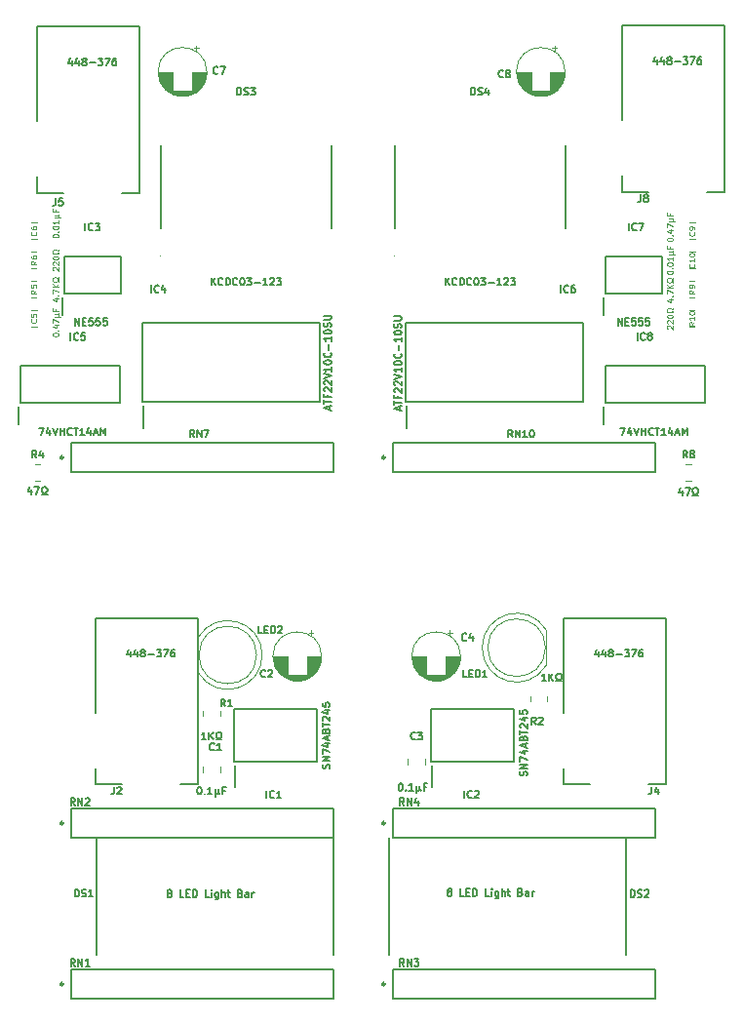
<source format=gbr>
%TF.GenerationSoftware,KiCad,Pcbnew,(6.0.5)*%
%TF.CreationDate,2022-08-15T11:08:26+02:00*%
%TF.ProjectId,Bus Tester,42757320-5465-4737-9465-722e6b696361,rev?*%
%TF.SameCoordinates,Original*%
%TF.FileFunction,Legend,Top*%
%TF.FilePolarity,Positive*%
%FSLAX46Y46*%
G04 Gerber Fmt 4.6, Leading zero omitted, Abs format (unit mm)*
G04 Created by KiCad (PCBNEW (6.0.5)) date 2022-08-15 11:08:26*
%MOMM*%
%LPD*%
G01*
G04 APERTURE LIST*
%ADD10C,0.150000*%
%ADD11C,0.100000*%
%ADD12C,0.120000*%
%ADD13C,0.200000*%
%ADD14C,0.254000*%
G04 APERTURE END LIST*
D10*
%TO.C,C3*%
X51519666Y-78712785D02*
X51489428Y-78743023D01*
X51398714Y-78773261D01*
X51338238Y-78773261D01*
X51247523Y-78743023D01*
X51187047Y-78682547D01*
X51156809Y-78622071D01*
X51126571Y-78501119D01*
X51126571Y-78410404D01*
X51156809Y-78289452D01*
X51187047Y-78228976D01*
X51247523Y-78168500D01*
X51338238Y-78138261D01*
X51398714Y-78138261D01*
X51489428Y-78168500D01*
X51519666Y-78198738D01*
X51731333Y-78138261D02*
X52124428Y-78138261D01*
X51912761Y-78380166D01*
X52003476Y-78380166D01*
X52063952Y-78410404D01*
X52094190Y-78440642D01*
X52124428Y-78501119D01*
X52124428Y-78652309D01*
X52094190Y-78712785D01*
X52063952Y-78743023D01*
X52003476Y-78773261D01*
X51822047Y-78773261D01*
X51761571Y-78743023D01*
X51731333Y-78712785D01*
X50219428Y-82583261D02*
X50279904Y-82583261D01*
X50340380Y-82613500D01*
X50370619Y-82643738D01*
X50400857Y-82704214D01*
X50431095Y-82825166D01*
X50431095Y-82976357D01*
X50400857Y-83097309D01*
X50370619Y-83157785D01*
X50340380Y-83188023D01*
X50279904Y-83218261D01*
X50219428Y-83218261D01*
X50158952Y-83188023D01*
X50128714Y-83157785D01*
X50098476Y-83097309D01*
X50068238Y-82976357D01*
X50068238Y-82825166D01*
X50098476Y-82704214D01*
X50128714Y-82643738D01*
X50158952Y-82613500D01*
X50219428Y-82583261D01*
X50703238Y-83157785D02*
X50733476Y-83188023D01*
X50703238Y-83218261D01*
X50673000Y-83188023D01*
X50703238Y-83157785D01*
X50703238Y-83218261D01*
X51338238Y-83218261D02*
X50975380Y-83218261D01*
X51156809Y-83218261D02*
X51156809Y-82583261D01*
X51096333Y-82673976D01*
X51035857Y-82734452D01*
X50975380Y-82764690D01*
X51610380Y-82794928D02*
X51610380Y-83429928D01*
X51912761Y-83127547D02*
X51943000Y-83188023D01*
X52003476Y-83218261D01*
X51610380Y-83127547D02*
X51640619Y-83188023D01*
X51701095Y-83218261D01*
X51822047Y-83218261D01*
X51882523Y-83188023D01*
X51912761Y-83127547D01*
X51912761Y-82794928D01*
X52487285Y-82885642D02*
X52275619Y-82885642D01*
X52275619Y-83218261D02*
X52275619Y-82583261D01*
X52578000Y-82583261D01*
%TO.C,C1*%
X34057166Y-79665285D02*
X34026928Y-79695523D01*
X33936214Y-79725761D01*
X33875738Y-79725761D01*
X33785023Y-79695523D01*
X33724547Y-79635047D01*
X33694309Y-79574571D01*
X33664071Y-79453619D01*
X33664071Y-79362904D01*
X33694309Y-79241952D01*
X33724547Y-79181476D01*
X33785023Y-79121000D01*
X33875738Y-79090761D01*
X33936214Y-79090761D01*
X34026928Y-79121000D01*
X34057166Y-79151238D01*
X34661928Y-79725761D02*
X34299071Y-79725761D01*
X34480500Y-79725761D02*
X34480500Y-79090761D01*
X34420023Y-79181476D01*
X34359547Y-79241952D01*
X34299071Y-79272190D01*
X32756928Y-82900761D02*
X32817404Y-82900761D01*
X32877880Y-82931000D01*
X32908119Y-82961238D01*
X32938357Y-83021714D01*
X32968595Y-83142666D01*
X32968595Y-83293857D01*
X32938357Y-83414809D01*
X32908119Y-83475285D01*
X32877880Y-83505523D01*
X32817404Y-83535761D01*
X32756928Y-83535761D01*
X32696452Y-83505523D01*
X32666214Y-83475285D01*
X32635976Y-83414809D01*
X32605738Y-83293857D01*
X32605738Y-83142666D01*
X32635976Y-83021714D01*
X32666214Y-82961238D01*
X32696452Y-82931000D01*
X32756928Y-82900761D01*
X33240738Y-83475285D02*
X33270976Y-83505523D01*
X33240738Y-83535761D01*
X33210500Y-83505523D01*
X33240738Y-83475285D01*
X33240738Y-83535761D01*
X33875738Y-83535761D02*
X33512880Y-83535761D01*
X33694309Y-83535761D02*
X33694309Y-82900761D01*
X33633833Y-82991476D01*
X33573357Y-83051952D01*
X33512880Y-83082190D01*
X34147880Y-83112428D02*
X34147880Y-83747428D01*
X34450261Y-83445047D02*
X34480500Y-83505523D01*
X34540976Y-83535761D01*
X34147880Y-83445047D02*
X34178119Y-83505523D01*
X34238595Y-83535761D01*
X34359547Y-83535761D01*
X34420023Y-83505523D01*
X34450261Y-83445047D01*
X34450261Y-83112428D01*
X35024785Y-83203142D02*
X34813119Y-83203142D01*
X34813119Y-83535761D02*
X34813119Y-82900761D01*
X35115500Y-82900761D01*
%TO.C,IC8*%
X70817619Y-44102261D02*
X70817619Y-43467261D01*
X71482857Y-44041785D02*
X71452619Y-44072023D01*
X71361904Y-44102261D01*
X71301428Y-44102261D01*
X71210714Y-44072023D01*
X71150238Y-44011547D01*
X71120000Y-43951071D01*
X71089761Y-43830119D01*
X71089761Y-43739404D01*
X71120000Y-43618452D01*
X71150238Y-43557976D01*
X71210714Y-43497500D01*
X71301428Y-43467261D01*
X71361904Y-43467261D01*
X71452619Y-43497500D01*
X71482857Y-43527738D01*
X71845714Y-43739404D02*
X71785238Y-43709166D01*
X71755000Y-43678928D01*
X71724761Y-43618452D01*
X71724761Y-43588214D01*
X71755000Y-43527738D01*
X71785238Y-43497500D01*
X71845714Y-43467261D01*
X71966666Y-43467261D01*
X72027142Y-43497500D01*
X72057380Y-43527738D01*
X72087619Y-43588214D01*
X72087619Y-43618452D01*
X72057380Y-43678928D01*
X72027142Y-43709166D01*
X71966666Y-43739404D01*
X71845714Y-43739404D01*
X71785238Y-43769642D01*
X71755000Y-43799880D01*
X71724761Y-43860357D01*
X71724761Y-43981309D01*
X71755000Y-44041785D01*
X71785238Y-44072023D01*
X71845714Y-44102261D01*
X71966666Y-44102261D01*
X72027142Y-44072023D01*
X72057380Y-44041785D01*
X72087619Y-43981309D01*
X72087619Y-43860357D01*
X72057380Y-43799880D01*
X72027142Y-43769642D01*
X71966666Y-43739404D01*
X69345023Y-51722261D02*
X69768357Y-51722261D01*
X69496214Y-52357261D01*
X70282404Y-51933928D02*
X70282404Y-52357261D01*
X70131214Y-51692023D02*
X69980023Y-52145595D01*
X70373119Y-52145595D01*
X70524309Y-51722261D02*
X70735976Y-52357261D01*
X70947642Y-51722261D01*
X71159309Y-52357261D02*
X71159309Y-51722261D01*
X71159309Y-52024642D02*
X71522166Y-52024642D01*
X71522166Y-52357261D02*
X71522166Y-51722261D01*
X72187404Y-52296785D02*
X72157166Y-52327023D01*
X72066452Y-52357261D01*
X72005976Y-52357261D01*
X71915261Y-52327023D01*
X71854785Y-52266547D01*
X71824547Y-52206071D01*
X71794309Y-52085119D01*
X71794309Y-51994404D01*
X71824547Y-51873452D01*
X71854785Y-51812976D01*
X71915261Y-51752500D01*
X72005976Y-51722261D01*
X72066452Y-51722261D01*
X72157166Y-51752500D01*
X72187404Y-51782738D01*
X72368833Y-51722261D02*
X72731690Y-51722261D01*
X72550261Y-52357261D02*
X72550261Y-51722261D01*
X73275976Y-52357261D02*
X72913119Y-52357261D01*
X73094547Y-52357261D02*
X73094547Y-51722261D01*
X73034071Y-51812976D01*
X72973595Y-51873452D01*
X72913119Y-51903690D01*
X73820261Y-51933928D02*
X73820261Y-52357261D01*
X73669071Y-51692023D02*
X73517880Y-52145595D01*
X73910976Y-52145595D01*
X74122642Y-52175833D02*
X74425023Y-52175833D01*
X74062166Y-52357261D02*
X74273833Y-51722261D01*
X74485500Y-52357261D01*
X74697166Y-52357261D02*
X74697166Y-51722261D01*
X74908833Y-52175833D01*
X75120500Y-51722261D01*
X75120500Y-52357261D01*
%TO.C,IC6*%
X64150119Y-39974761D02*
X64150119Y-39339761D01*
X64815357Y-39914285D02*
X64785119Y-39944523D01*
X64694404Y-39974761D01*
X64633928Y-39974761D01*
X64543214Y-39944523D01*
X64482738Y-39884047D01*
X64452500Y-39823571D01*
X64422261Y-39702619D01*
X64422261Y-39611904D01*
X64452500Y-39490952D01*
X64482738Y-39430476D01*
X64543214Y-39370000D01*
X64633928Y-39339761D01*
X64694404Y-39339761D01*
X64785119Y-39370000D01*
X64815357Y-39400238D01*
X65359642Y-39339761D02*
X65238690Y-39339761D01*
X65178214Y-39370000D01*
X65147976Y-39400238D01*
X65087500Y-39490952D01*
X65057261Y-39611904D01*
X65057261Y-39853809D01*
X65087500Y-39914285D01*
X65117738Y-39944523D01*
X65178214Y-39974761D01*
X65299166Y-39974761D01*
X65359642Y-39944523D01*
X65389880Y-39914285D01*
X65420119Y-39853809D01*
X65420119Y-39702619D01*
X65389880Y-39642142D01*
X65359642Y-39611904D01*
X65299166Y-39581666D01*
X65178214Y-39581666D01*
X65117738Y-39611904D01*
X65087500Y-39642142D01*
X65057261Y-39702619D01*
X50143833Y-50198261D02*
X50143833Y-49895880D01*
X50325261Y-50258738D02*
X49690261Y-50047071D01*
X50325261Y-49835404D01*
X49690261Y-49714452D02*
X49690261Y-49351595D01*
X50325261Y-49533023D02*
X49690261Y-49533023D01*
X49992642Y-48928261D02*
X49992642Y-49139928D01*
X50325261Y-49139928D02*
X49690261Y-49139928D01*
X49690261Y-48837547D01*
X49750738Y-48625880D02*
X49720500Y-48595642D01*
X49690261Y-48535166D01*
X49690261Y-48383976D01*
X49720500Y-48323500D01*
X49750738Y-48293261D01*
X49811214Y-48263023D01*
X49871690Y-48263023D01*
X49962404Y-48293261D01*
X50325261Y-48656119D01*
X50325261Y-48263023D01*
X49750738Y-48021119D02*
X49720500Y-47990880D01*
X49690261Y-47930404D01*
X49690261Y-47779214D01*
X49720500Y-47718738D01*
X49750738Y-47688500D01*
X49811214Y-47658261D01*
X49871690Y-47658261D01*
X49962404Y-47688500D01*
X50325261Y-48051357D01*
X50325261Y-47658261D01*
X49690261Y-47476833D02*
X50325261Y-47265166D01*
X49690261Y-47053500D01*
X50325261Y-46509214D02*
X50325261Y-46872071D01*
X50325261Y-46690642D02*
X49690261Y-46690642D01*
X49780976Y-46751119D01*
X49841452Y-46811595D01*
X49871690Y-46872071D01*
X49690261Y-46116119D02*
X49690261Y-46055642D01*
X49720500Y-45995166D01*
X49750738Y-45964928D01*
X49811214Y-45934690D01*
X49932166Y-45904452D01*
X50083357Y-45904452D01*
X50204309Y-45934690D01*
X50264785Y-45964928D01*
X50295023Y-45995166D01*
X50325261Y-46055642D01*
X50325261Y-46116119D01*
X50295023Y-46176595D01*
X50264785Y-46206833D01*
X50204309Y-46237071D01*
X50083357Y-46267309D01*
X49932166Y-46267309D01*
X49811214Y-46237071D01*
X49750738Y-46206833D01*
X49720500Y-46176595D01*
X49690261Y-46116119D01*
X50264785Y-45269452D02*
X50295023Y-45299690D01*
X50325261Y-45390404D01*
X50325261Y-45450880D01*
X50295023Y-45541595D01*
X50234547Y-45602071D01*
X50174071Y-45632309D01*
X50053119Y-45662547D01*
X49962404Y-45662547D01*
X49841452Y-45632309D01*
X49780976Y-45602071D01*
X49720500Y-45541595D01*
X49690261Y-45450880D01*
X49690261Y-45390404D01*
X49720500Y-45299690D01*
X49750738Y-45269452D01*
X50083357Y-44997309D02*
X50083357Y-44513500D01*
X50325261Y-43878500D02*
X50325261Y-44241357D01*
X50325261Y-44059928D02*
X49690261Y-44059928D01*
X49780976Y-44120404D01*
X49841452Y-44180880D01*
X49871690Y-44241357D01*
X49690261Y-43485404D02*
X49690261Y-43424928D01*
X49720500Y-43364452D01*
X49750738Y-43334214D01*
X49811214Y-43303976D01*
X49932166Y-43273738D01*
X50083357Y-43273738D01*
X50204309Y-43303976D01*
X50264785Y-43334214D01*
X50295023Y-43364452D01*
X50325261Y-43424928D01*
X50325261Y-43485404D01*
X50295023Y-43545880D01*
X50264785Y-43576119D01*
X50204309Y-43606357D01*
X50083357Y-43636595D01*
X49932166Y-43636595D01*
X49811214Y-43606357D01*
X49750738Y-43576119D01*
X49720500Y-43545880D01*
X49690261Y-43485404D01*
X50295023Y-43031833D02*
X50325261Y-42941119D01*
X50325261Y-42789928D01*
X50295023Y-42729452D01*
X50264785Y-42699214D01*
X50204309Y-42668976D01*
X50143833Y-42668976D01*
X50083357Y-42699214D01*
X50053119Y-42729452D01*
X50022880Y-42789928D01*
X49992642Y-42910880D01*
X49962404Y-42971357D01*
X49932166Y-43001595D01*
X49871690Y-43031833D01*
X49811214Y-43031833D01*
X49750738Y-43001595D01*
X49720500Y-42971357D01*
X49690261Y-42910880D01*
X49690261Y-42759690D01*
X49720500Y-42668976D01*
X49690261Y-42396833D02*
X50204309Y-42396833D01*
X50264785Y-42366595D01*
X50295023Y-42336357D01*
X50325261Y-42275880D01*
X50325261Y-42154928D01*
X50295023Y-42094452D01*
X50264785Y-42064214D01*
X50204309Y-42033976D01*
X49690261Y-42033976D01*
D11*
%TO.C,R6*%
X18641190Y-37230833D02*
X18403095Y-37397500D01*
X18641190Y-37516547D02*
X18141190Y-37516547D01*
X18141190Y-37326071D01*
X18165000Y-37278452D01*
X18188809Y-37254642D01*
X18236428Y-37230833D01*
X18307857Y-37230833D01*
X18355476Y-37254642D01*
X18379285Y-37278452D01*
X18403095Y-37326071D01*
X18403095Y-37516547D01*
X18141190Y-36802261D02*
X18141190Y-36897500D01*
X18165000Y-36945119D01*
X18188809Y-36968928D01*
X18260238Y-37016547D01*
X18355476Y-37040357D01*
X18545952Y-37040357D01*
X18593571Y-37016547D01*
X18617380Y-36992738D01*
X18641190Y-36945119D01*
X18641190Y-36849880D01*
X18617380Y-36802261D01*
X18593571Y-36778452D01*
X18545952Y-36754642D01*
X18426904Y-36754642D01*
X18379285Y-36778452D01*
X18355476Y-36802261D01*
X18331666Y-36849880D01*
X18331666Y-36945119D01*
X18355476Y-36992738D01*
X18379285Y-37016547D01*
X18426904Y-37040357D01*
X20093809Y-38052261D02*
X20070000Y-38028452D01*
X20046190Y-37980833D01*
X20046190Y-37861785D01*
X20070000Y-37814166D01*
X20093809Y-37790357D01*
X20141428Y-37766547D01*
X20189047Y-37766547D01*
X20260476Y-37790357D01*
X20546190Y-38076071D01*
X20546190Y-37766547D01*
X20093809Y-37576071D02*
X20070000Y-37552261D01*
X20046190Y-37504642D01*
X20046190Y-37385595D01*
X20070000Y-37337976D01*
X20093809Y-37314166D01*
X20141428Y-37290357D01*
X20189047Y-37290357D01*
X20260476Y-37314166D01*
X20546190Y-37599880D01*
X20546190Y-37290357D01*
X20046190Y-36980833D02*
X20046190Y-36933214D01*
X20070000Y-36885595D01*
X20093809Y-36861785D01*
X20141428Y-36837976D01*
X20236666Y-36814166D01*
X20355714Y-36814166D01*
X20450952Y-36837976D01*
X20498571Y-36861785D01*
X20522380Y-36885595D01*
X20546190Y-36933214D01*
X20546190Y-36980833D01*
X20522380Y-37028452D01*
X20498571Y-37052261D01*
X20450952Y-37076071D01*
X20355714Y-37099880D01*
X20236666Y-37099880D01*
X20141428Y-37076071D01*
X20093809Y-37052261D01*
X20070000Y-37028452D01*
X20046190Y-36980833D01*
X20546190Y-36623690D02*
X20546190Y-36504642D01*
X20450952Y-36504642D01*
X20427142Y-36552261D01*
X20379523Y-36599880D01*
X20308095Y-36623690D01*
X20189047Y-36623690D01*
X20117619Y-36599880D01*
X20070000Y-36552261D01*
X20046190Y-36480833D01*
X20046190Y-36385595D01*
X20070000Y-36314166D01*
X20117619Y-36266547D01*
X20189047Y-36242738D01*
X20308095Y-36242738D01*
X20379523Y-36266547D01*
X20427142Y-36314166D01*
X20450952Y-36361785D01*
X20546190Y-36361785D01*
X20546190Y-36242738D01*
D10*
%TO.C,RN1*%
X21977047Y-98458261D02*
X21765380Y-98155880D01*
X21614190Y-98458261D02*
X21614190Y-97823261D01*
X21856095Y-97823261D01*
X21916571Y-97853500D01*
X21946809Y-97883738D01*
X21977047Y-97944214D01*
X21977047Y-98034928D01*
X21946809Y-98095404D01*
X21916571Y-98125642D01*
X21856095Y-98155880D01*
X21614190Y-98155880D01*
X22249190Y-98458261D02*
X22249190Y-97823261D01*
X22612047Y-98458261D01*
X22612047Y-97823261D01*
X23247047Y-98458261D02*
X22884190Y-98458261D01*
X23065619Y-98458261D02*
X23065619Y-97823261D01*
X23005142Y-97913976D01*
X22944666Y-97974452D01*
X22884190Y-98004690D01*
%TO.C,C7*%
X34374666Y-20927785D02*
X34344428Y-20958023D01*
X34253714Y-20988261D01*
X34193238Y-20988261D01*
X34102523Y-20958023D01*
X34042047Y-20897547D01*
X34011809Y-20837071D01*
X33981571Y-20716119D01*
X33981571Y-20625404D01*
X34011809Y-20504452D01*
X34042047Y-20443976D01*
X34102523Y-20383500D01*
X34193238Y-20353261D01*
X34253714Y-20353261D01*
X34344428Y-20383500D01*
X34374666Y-20413738D01*
X34586333Y-20353261D02*
X35009666Y-20353261D01*
X34737523Y-20988261D01*
%TO.C,IC3*%
X22875119Y-34577261D02*
X22875119Y-33942261D01*
X23540357Y-34516785D02*
X23510119Y-34547023D01*
X23419404Y-34577261D01*
X23358928Y-34577261D01*
X23268214Y-34547023D01*
X23207738Y-34486547D01*
X23177500Y-34426071D01*
X23147261Y-34305119D01*
X23147261Y-34214404D01*
X23177500Y-34093452D01*
X23207738Y-34032976D01*
X23268214Y-33972500D01*
X23358928Y-33942261D01*
X23419404Y-33942261D01*
X23510119Y-33972500D01*
X23540357Y-34002738D01*
X23752023Y-33942261D02*
X24145119Y-33942261D01*
X23933452Y-34184166D01*
X24024166Y-34184166D01*
X24084642Y-34214404D01*
X24114880Y-34244642D01*
X24145119Y-34305119D01*
X24145119Y-34456309D01*
X24114880Y-34516785D01*
X24084642Y-34547023D01*
X24024166Y-34577261D01*
X23842738Y-34577261D01*
X23782261Y-34547023D01*
X23752023Y-34516785D01*
X21992166Y-42832261D02*
X21992166Y-42197261D01*
X22355023Y-42832261D01*
X22355023Y-42197261D01*
X22657404Y-42499642D02*
X22869071Y-42499642D01*
X22959785Y-42832261D02*
X22657404Y-42832261D01*
X22657404Y-42197261D01*
X22959785Y-42197261D01*
X23534309Y-42197261D02*
X23231928Y-42197261D01*
X23201690Y-42499642D01*
X23231928Y-42469404D01*
X23292404Y-42439166D01*
X23443595Y-42439166D01*
X23504071Y-42469404D01*
X23534309Y-42499642D01*
X23564547Y-42560119D01*
X23564547Y-42711309D01*
X23534309Y-42771785D01*
X23504071Y-42802023D01*
X23443595Y-42832261D01*
X23292404Y-42832261D01*
X23231928Y-42802023D01*
X23201690Y-42771785D01*
X24139071Y-42197261D02*
X23836690Y-42197261D01*
X23806452Y-42499642D01*
X23836690Y-42469404D01*
X23897166Y-42439166D01*
X24048357Y-42439166D01*
X24108833Y-42469404D01*
X24139071Y-42499642D01*
X24169309Y-42560119D01*
X24169309Y-42711309D01*
X24139071Y-42771785D01*
X24108833Y-42802023D01*
X24048357Y-42832261D01*
X23897166Y-42832261D01*
X23836690Y-42802023D01*
X23806452Y-42771785D01*
X24743833Y-42197261D02*
X24441452Y-42197261D01*
X24411214Y-42499642D01*
X24441452Y-42469404D01*
X24501928Y-42439166D01*
X24653119Y-42439166D01*
X24713595Y-42469404D01*
X24743833Y-42499642D01*
X24774071Y-42560119D01*
X24774071Y-42711309D01*
X24743833Y-42771785D01*
X24713595Y-42802023D01*
X24653119Y-42832261D01*
X24501928Y-42832261D01*
X24441452Y-42802023D01*
X24411214Y-42771785D01*
%TO.C,J8*%
X71098833Y-31465761D02*
X71098833Y-31919333D01*
X71068595Y-32010047D01*
X71008119Y-32070523D01*
X70917404Y-32100761D01*
X70856928Y-32100761D01*
X71491928Y-31737904D02*
X71431452Y-31707666D01*
X71401214Y-31677428D01*
X71370976Y-31616952D01*
X71370976Y-31586714D01*
X71401214Y-31526238D01*
X71431452Y-31496000D01*
X71491928Y-31465761D01*
X71612880Y-31465761D01*
X71673357Y-31496000D01*
X71703595Y-31526238D01*
X71733833Y-31586714D01*
X71733833Y-31616952D01*
X71703595Y-31677428D01*
X71673357Y-31707666D01*
X71612880Y-31737904D01*
X71491928Y-31737904D01*
X71431452Y-31768142D01*
X71401214Y-31798380D01*
X71370976Y-31858857D01*
X71370976Y-31979809D01*
X71401214Y-32040285D01*
X71431452Y-32070523D01*
X71491928Y-32100761D01*
X71612880Y-32100761D01*
X71673357Y-32070523D01*
X71703595Y-32040285D01*
X71733833Y-31979809D01*
X71733833Y-31858857D01*
X71703595Y-31798380D01*
X71673357Y-31768142D01*
X71612880Y-31737904D01*
X72510952Y-19739428D02*
X72510952Y-20162761D01*
X72359761Y-19497523D02*
X72208571Y-19951095D01*
X72601666Y-19951095D01*
X73115714Y-19739428D02*
X73115714Y-20162761D01*
X72964523Y-19497523D02*
X72813333Y-19951095D01*
X73206428Y-19951095D01*
X73539047Y-19799904D02*
X73478571Y-19769666D01*
X73448333Y-19739428D01*
X73418095Y-19678952D01*
X73418095Y-19648714D01*
X73448333Y-19588238D01*
X73478571Y-19558000D01*
X73539047Y-19527761D01*
X73660000Y-19527761D01*
X73720476Y-19558000D01*
X73750714Y-19588238D01*
X73780952Y-19648714D01*
X73780952Y-19678952D01*
X73750714Y-19739428D01*
X73720476Y-19769666D01*
X73660000Y-19799904D01*
X73539047Y-19799904D01*
X73478571Y-19830142D01*
X73448333Y-19860380D01*
X73418095Y-19920857D01*
X73418095Y-20041809D01*
X73448333Y-20102285D01*
X73478571Y-20132523D01*
X73539047Y-20162761D01*
X73660000Y-20162761D01*
X73720476Y-20132523D01*
X73750714Y-20102285D01*
X73780952Y-20041809D01*
X73780952Y-19920857D01*
X73750714Y-19860380D01*
X73720476Y-19830142D01*
X73660000Y-19799904D01*
X74053095Y-19920857D02*
X74536904Y-19920857D01*
X74778809Y-19527761D02*
X75171904Y-19527761D01*
X74960238Y-19769666D01*
X75050952Y-19769666D01*
X75111428Y-19799904D01*
X75141666Y-19830142D01*
X75171904Y-19890619D01*
X75171904Y-20041809D01*
X75141666Y-20102285D01*
X75111428Y-20132523D01*
X75050952Y-20162761D01*
X74869523Y-20162761D01*
X74809047Y-20132523D01*
X74778809Y-20102285D01*
X75383571Y-19527761D02*
X75806904Y-19527761D01*
X75534761Y-20162761D01*
X76320952Y-19527761D02*
X76200000Y-19527761D01*
X76139523Y-19558000D01*
X76109285Y-19588238D01*
X76048809Y-19678952D01*
X76018571Y-19799904D01*
X76018571Y-20041809D01*
X76048809Y-20102285D01*
X76079047Y-20132523D01*
X76139523Y-20162761D01*
X76260476Y-20162761D01*
X76320952Y-20132523D01*
X76351190Y-20102285D01*
X76381428Y-20041809D01*
X76381428Y-19890619D01*
X76351190Y-19830142D01*
X76320952Y-19799904D01*
X76260476Y-19769666D01*
X76139523Y-19769666D01*
X76079047Y-19799904D01*
X76048809Y-19830142D01*
X76018571Y-19890619D01*
D11*
%TO.C,C10*%
X75743571Y-37495928D02*
X75767380Y-37519738D01*
X75791190Y-37591166D01*
X75791190Y-37638785D01*
X75767380Y-37710214D01*
X75719761Y-37757833D01*
X75672142Y-37781642D01*
X75576904Y-37805452D01*
X75505476Y-37805452D01*
X75410238Y-37781642D01*
X75362619Y-37757833D01*
X75315000Y-37710214D01*
X75291190Y-37638785D01*
X75291190Y-37591166D01*
X75315000Y-37519738D01*
X75338809Y-37495928D01*
X75791190Y-37019738D02*
X75791190Y-37305452D01*
X75791190Y-37162595D02*
X75291190Y-37162595D01*
X75362619Y-37210214D01*
X75410238Y-37257833D01*
X75434047Y-37305452D01*
X75291190Y-36710214D02*
X75291190Y-36662595D01*
X75315000Y-36614976D01*
X75338809Y-36591166D01*
X75386428Y-36567357D01*
X75481666Y-36543547D01*
X75600714Y-36543547D01*
X75695952Y-36567357D01*
X75743571Y-36591166D01*
X75767380Y-36614976D01*
X75791190Y-36662595D01*
X75791190Y-36710214D01*
X75767380Y-36757833D01*
X75743571Y-36781642D01*
X75695952Y-36805452D01*
X75600714Y-36829261D01*
X75481666Y-36829261D01*
X75386428Y-36805452D01*
X75338809Y-36781642D01*
X75315000Y-36757833D01*
X75291190Y-36710214D01*
X73386190Y-38242738D02*
X73386190Y-38195119D01*
X73410000Y-38147500D01*
X73433809Y-38123690D01*
X73481428Y-38099880D01*
X73576666Y-38076071D01*
X73695714Y-38076071D01*
X73790952Y-38099880D01*
X73838571Y-38123690D01*
X73862380Y-38147500D01*
X73886190Y-38195119D01*
X73886190Y-38242738D01*
X73862380Y-38290357D01*
X73838571Y-38314166D01*
X73790952Y-38337976D01*
X73695714Y-38361785D01*
X73576666Y-38361785D01*
X73481428Y-38337976D01*
X73433809Y-38314166D01*
X73410000Y-38290357D01*
X73386190Y-38242738D01*
X73838571Y-37861785D02*
X73862380Y-37837976D01*
X73886190Y-37861785D01*
X73862380Y-37885595D01*
X73838571Y-37861785D01*
X73886190Y-37861785D01*
X73386190Y-37528452D02*
X73386190Y-37480833D01*
X73410000Y-37433214D01*
X73433809Y-37409404D01*
X73481428Y-37385595D01*
X73576666Y-37361785D01*
X73695714Y-37361785D01*
X73790952Y-37385595D01*
X73838571Y-37409404D01*
X73862380Y-37433214D01*
X73886190Y-37480833D01*
X73886190Y-37528452D01*
X73862380Y-37576071D01*
X73838571Y-37599880D01*
X73790952Y-37623690D01*
X73695714Y-37647500D01*
X73576666Y-37647500D01*
X73481428Y-37623690D01*
X73433809Y-37599880D01*
X73410000Y-37576071D01*
X73386190Y-37528452D01*
X73886190Y-36885595D02*
X73886190Y-37171309D01*
X73886190Y-37028452D02*
X73386190Y-37028452D01*
X73457619Y-37076071D01*
X73505238Y-37123690D01*
X73529047Y-37171309D01*
X73552857Y-36671309D02*
X74052857Y-36671309D01*
X73814761Y-36433214D02*
X73862380Y-36409404D01*
X73886190Y-36361785D01*
X73814761Y-36671309D02*
X73862380Y-36647500D01*
X73886190Y-36599880D01*
X73886190Y-36504642D01*
X73862380Y-36457023D01*
X73814761Y-36433214D01*
X73552857Y-36433214D01*
X73624285Y-35980833D02*
X73624285Y-36147500D01*
X73886190Y-36147500D02*
X73386190Y-36147500D01*
X73386190Y-35909404D01*
%TO.C,R5*%
X18641190Y-39770833D02*
X18403095Y-39937500D01*
X18641190Y-40056547D02*
X18141190Y-40056547D01*
X18141190Y-39866071D01*
X18165000Y-39818452D01*
X18188809Y-39794642D01*
X18236428Y-39770833D01*
X18307857Y-39770833D01*
X18355476Y-39794642D01*
X18379285Y-39818452D01*
X18403095Y-39866071D01*
X18403095Y-40056547D01*
X18141190Y-39318452D02*
X18141190Y-39556547D01*
X18379285Y-39580357D01*
X18355476Y-39556547D01*
X18331666Y-39508928D01*
X18331666Y-39389880D01*
X18355476Y-39342261D01*
X18379285Y-39318452D01*
X18426904Y-39294642D01*
X18545952Y-39294642D01*
X18593571Y-39318452D01*
X18617380Y-39342261D01*
X18641190Y-39389880D01*
X18641190Y-39508928D01*
X18617380Y-39556547D01*
X18593571Y-39580357D01*
X20212857Y-40485119D02*
X20546190Y-40485119D01*
X20022380Y-40604166D02*
X20379523Y-40723214D01*
X20379523Y-40413690D01*
X20498571Y-40223214D02*
X20522380Y-40199404D01*
X20546190Y-40223214D01*
X20522380Y-40247023D01*
X20498571Y-40223214D01*
X20546190Y-40223214D01*
X20046190Y-40032738D02*
X20046190Y-39699404D01*
X20546190Y-39913690D01*
X20546190Y-39508928D02*
X20046190Y-39508928D01*
X20546190Y-39223214D02*
X20260476Y-39437500D01*
X20046190Y-39223214D02*
X20331904Y-39508928D01*
X20546190Y-39032738D02*
X20546190Y-38913690D01*
X20450952Y-38913690D01*
X20427142Y-38961309D01*
X20379523Y-39008928D01*
X20308095Y-39032738D01*
X20189047Y-39032738D01*
X20117619Y-39008928D01*
X20070000Y-38961309D01*
X20046190Y-38889880D01*
X20046190Y-38794642D01*
X20070000Y-38723214D01*
X20117619Y-38675595D01*
X20189047Y-38651785D01*
X20308095Y-38651785D01*
X20379523Y-38675595D01*
X20427142Y-38723214D01*
X20450952Y-38770833D01*
X20546190Y-38770833D01*
X20546190Y-38651785D01*
D10*
%TO.C,IC2*%
X55768119Y-83853261D02*
X55768119Y-83218261D01*
X56433357Y-83792785D02*
X56403119Y-83823023D01*
X56312404Y-83853261D01*
X56251928Y-83853261D01*
X56161214Y-83823023D01*
X56100738Y-83762547D01*
X56070500Y-83702071D01*
X56040261Y-83581119D01*
X56040261Y-83490404D01*
X56070500Y-83369452D01*
X56100738Y-83308976D01*
X56161214Y-83248500D01*
X56251928Y-83218261D01*
X56312404Y-83218261D01*
X56403119Y-83248500D01*
X56433357Y-83278738D01*
X56675261Y-83278738D02*
X56705500Y-83248500D01*
X56765976Y-83218261D01*
X56917166Y-83218261D01*
X56977642Y-83248500D01*
X57007880Y-83278738D01*
X57038119Y-83339214D01*
X57038119Y-83399690D01*
X57007880Y-83490404D01*
X56645023Y-83853261D01*
X57038119Y-83853261D01*
X61217023Y-81915000D02*
X61247261Y-81824285D01*
X61247261Y-81673095D01*
X61217023Y-81612619D01*
X61186785Y-81582380D01*
X61126309Y-81552142D01*
X61065833Y-81552142D01*
X61005357Y-81582380D01*
X60975119Y-81612619D01*
X60944880Y-81673095D01*
X60914642Y-81794047D01*
X60884404Y-81854523D01*
X60854166Y-81884761D01*
X60793690Y-81915000D01*
X60733214Y-81915000D01*
X60672738Y-81884761D01*
X60642500Y-81854523D01*
X60612261Y-81794047D01*
X60612261Y-81642857D01*
X60642500Y-81552142D01*
X61247261Y-81280000D02*
X60612261Y-81280000D01*
X61247261Y-80917142D01*
X60612261Y-80917142D01*
X60612261Y-80675238D02*
X60612261Y-80251904D01*
X61247261Y-80524047D01*
X60823928Y-79737857D02*
X61247261Y-79737857D01*
X60582023Y-79889047D02*
X61035595Y-80040238D01*
X61035595Y-79647142D01*
X61065833Y-79435476D02*
X61065833Y-79133095D01*
X61247261Y-79495952D02*
X60612261Y-79284285D01*
X61247261Y-79072619D01*
X60914642Y-78649285D02*
X60944880Y-78558571D01*
X60975119Y-78528333D01*
X61035595Y-78498095D01*
X61126309Y-78498095D01*
X61186785Y-78528333D01*
X61217023Y-78558571D01*
X61247261Y-78619047D01*
X61247261Y-78860952D01*
X60612261Y-78860952D01*
X60612261Y-78649285D01*
X60642500Y-78588809D01*
X60672738Y-78558571D01*
X60733214Y-78528333D01*
X60793690Y-78528333D01*
X60854166Y-78558571D01*
X60884404Y-78588809D01*
X60914642Y-78649285D01*
X60914642Y-78860952D01*
X60612261Y-78316666D02*
X60612261Y-77953809D01*
X61247261Y-78135238D02*
X60612261Y-78135238D01*
X60672738Y-77772380D02*
X60642500Y-77742142D01*
X60612261Y-77681666D01*
X60612261Y-77530476D01*
X60642500Y-77470000D01*
X60672738Y-77439761D01*
X60733214Y-77409523D01*
X60793690Y-77409523D01*
X60884404Y-77439761D01*
X61247261Y-77802619D01*
X61247261Y-77409523D01*
X60823928Y-76865238D02*
X61247261Y-76865238D01*
X60582023Y-77016428D02*
X61035595Y-77167619D01*
X61035595Y-76774523D01*
X60612261Y-76230238D02*
X60612261Y-76532619D01*
X60914642Y-76562857D01*
X60884404Y-76532619D01*
X60854166Y-76472142D01*
X60854166Y-76320952D01*
X60884404Y-76260476D01*
X60914642Y-76230238D01*
X60975119Y-76200000D01*
X61126309Y-76200000D01*
X61186785Y-76230238D01*
X61217023Y-76260476D01*
X61247261Y-76320952D01*
X61247261Y-76472142D01*
X61217023Y-76532619D01*
X61186785Y-76562857D01*
%TO.C,R8*%
X75141666Y-54325761D02*
X74930000Y-54023380D01*
X74778809Y-54325761D02*
X74778809Y-53690761D01*
X75020714Y-53690761D01*
X75081190Y-53721000D01*
X75111428Y-53751238D01*
X75141666Y-53811714D01*
X75141666Y-53902428D01*
X75111428Y-53962904D01*
X75081190Y-53993142D01*
X75020714Y-54023380D01*
X74778809Y-54023380D01*
X75504523Y-53962904D02*
X75444047Y-53932666D01*
X75413809Y-53902428D01*
X75383571Y-53841952D01*
X75383571Y-53811714D01*
X75413809Y-53751238D01*
X75444047Y-53721000D01*
X75504523Y-53690761D01*
X75625476Y-53690761D01*
X75685952Y-53721000D01*
X75716190Y-53751238D01*
X75746428Y-53811714D01*
X75746428Y-53841952D01*
X75716190Y-53902428D01*
X75685952Y-53932666D01*
X75625476Y-53962904D01*
X75504523Y-53962904D01*
X75444047Y-53993142D01*
X75413809Y-54023380D01*
X75383571Y-54083857D01*
X75383571Y-54204809D01*
X75413809Y-54265285D01*
X75444047Y-54295523D01*
X75504523Y-54325761D01*
X75625476Y-54325761D01*
X75685952Y-54295523D01*
X75716190Y-54265285D01*
X75746428Y-54204809D01*
X75746428Y-54083857D01*
X75716190Y-54023380D01*
X75685952Y-53993142D01*
X75625476Y-53962904D01*
X74703214Y-57140928D02*
X74703214Y-57564261D01*
X74552023Y-56899023D02*
X74400833Y-57352595D01*
X74793928Y-57352595D01*
X74975357Y-56929261D02*
X75398690Y-56929261D01*
X75126547Y-57564261D01*
X75610357Y-57564261D02*
X75761547Y-57564261D01*
X75761547Y-57443309D01*
X75701071Y-57413071D01*
X75640595Y-57352595D01*
X75610357Y-57261880D01*
X75610357Y-57110690D01*
X75640595Y-57019976D01*
X75701071Y-56959500D01*
X75791785Y-56929261D01*
X75912738Y-56929261D01*
X76003452Y-56959500D01*
X76063928Y-57019976D01*
X76094166Y-57110690D01*
X76094166Y-57261880D01*
X76063928Y-57352595D01*
X76003452Y-57413071D01*
X75942976Y-57443309D01*
X75942976Y-57564261D01*
X76094166Y-57564261D01*
D11*
%TO.C,C9*%
X75743571Y-34717833D02*
X75767380Y-34741642D01*
X75791190Y-34813071D01*
X75791190Y-34860690D01*
X75767380Y-34932119D01*
X75719761Y-34979738D01*
X75672142Y-35003547D01*
X75576904Y-35027357D01*
X75505476Y-35027357D01*
X75410238Y-35003547D01*
X75362619Y-34979738D01*
X75315000Y-34932119D01*
X75291190Y-34860690D01*
X75291190Y-34813071D01*
X75315000Y-34741642D01*
X75338809Y-34717833D01*
X75791190Y-34479738D02*
X75791190Y-34384500D01*
X75767380Y-34336880D01*
X75743571Y-34313071D01*
X75672142Y-34265452D01*
X75576904Y-34241642D01*
X75386428Y-34241642D01*
X75338809Y-34265452D01*
X75315000Y-34289261D01*
X75291190Y-34336880D01*
X75291190Y-34432119D01*
X75315000Y-34479738D01*
X75338809Y-34503547D01*
X75386428Y-34527357D01*
X75505476Y-34527357D01*
X75553095Y-34503547D01*
X75576904Y-34479738D01*
X75600714Y-34432119D01*
X75600714Y-34336880D01*
X75576904Y-34289261D01*
X75553095Y-34265452D01*
X75505476Y-34241642D01*
X73386190Y-35385238D02*
X73386190Y-35337619D01*
X73410000Y-35290000D01*
X73433809Y-35266190D01*
X73481428Y-35242380D01*
X73576666Y-35218571D01*
X73695714Y-35218571D01*
X73790952Y-35242380D01*
X73838571Y-35266190D01*
X73862380Y-35290000D01*
X73886190Y-35337619D01*
X73886190Y-35385238D01*
X73862380Y-35432857D01*
X73838571Y-35456666D01*
X73790952Y-35480476D01*
X73695714Y-35504285D01*
X73576666Y-35504285D01*
X73481428Y-35480476D01*
X73433809Y-35456666D01*
X73410000Y-35432857D01*
X73386190Y-35385238D01*
X73838571Y-35004285D02*
X73862380Y-34980476D01*
X73886190Y-35004285D01*
X73862380Y-35028095D01*
X73838571Y-35004285D01*
X73886190Y-35004285D01*
X73552857Y-34551904D02*
X73886190Y-34551904D01*
X73362380Y-34670952D02*
X73719523Y-34790000D01*
X73719523Y-34480476D01*
X73386190Y-34337619D02*
X73386190Y-34004285D01*
X73886190Y-34218571D01*
X73552857Y-33813809D02*
X74052857Y-33813809D01*
X73814761Y-33575714D02*
X73862380Y-33551904D01*
X73886190Y-33504285D01*
X73814761Y-33813809D02*
X73862380Y-33790000D01*
X73886190Y-33742380D01*
X73886190Y-33647142D01*
X73862380Y-33599523D01*
X73814761Y-33575714D01*
X73552857Y-33575714D01*
X73624285Y-33123333D02*
X73624285Y-33290000D01*
X73886190Y-33290000D02*
X73386190Y-33290000D01*
X73386190Y-33051904D01*
D10*
%TO.C,R1*%
X35009666Y-75915761D02*
X34798000Y-75613380D01*
X34646809Y-75915761D02*
X34646809Y-75280761D01*
X34888714Y-75280761D01*
X34949190Y-75311000D01*
X34979428Y-75341238D01*
X35009666Y-75401714D01*
X35009666Y-75492428D01*
X34979428Y-75552904D01*
X34949190Y-75583142D01*
X34888714Y-75613380D01*
X34646809Y-75613380D01*
X35614428Y-75915761D02*
X35251571Y-75915761D01*
X35433000Y-75915761D02*
X35433000Y-75280761D01*
X35372523Y-75371476D01*
X35312047Y-75431952D01*
X35251571Y-75462190D01*
X33346571Y-78773261D02*
X32983714Y-78773261D01*
X33165142Y-78773261D02*
X33165142Y-78138261D01*
X33104666Y-78228976D01*
X33044190Y-78289452D01*
X32983714Y-78319690D01*
X33618714Y-78773261D02*
X33618714Y-78138261D01*
X33981571Y-78773261D02*
X33709428Y-78410404D01*
X33981571Y-78138261D02*
X33618714Y-78501119D01*
X34223476Y-78773261D02*
X34374666Y-78773261D01*
X34374666Y-78652309D01*
X34314190Y-78622071D01*
X34253714Y-78561595D01*
X34223476Y-78470880D01*
X34223476Y-78319690D01*
X34253714Y-78228976D01*
X34314190Y-78168500D01*
X34404904Y-78138261D01*
X34525857Y-78138261D01*
X34616571Y-78168500D01*
X34677047Y-78228976D01*
X34707285Y-78319690D01*
X34707285Y-78470880D01*
X34677047Y-78561595D01*
X34616571Y-78622071D01*
X34556095Y-78652309D01*
X34556095Y-78773261D01*
X34707285Y-78773261D01*
%TO.C,J4*%
X72051333Y-82900761D02*
X72051333Y-83354333D01*
X72021095Y-83445047D01*
X71960619Y-83505523D01*
X71869904Y-83535761D01*
X71809428Y-83535761D01*
X72625857Y-83112428D02*
X72625857Y-83535761D01*
X72474666Y-82870523D02*
X72323476Y-83324095D01*
X72716571Y-83324095D01*
X67430952Y-71174428D02*
X67430952Y-71597761D01*
X67279761Y-70932523D02*
X67128571Y-71386095D01*
X67521666Y-71386095D01*
X68035714Y-71174428D02*
X68035714Y-71597761D01*
X67884523Y-70932523D02*
X67733333Y-71386095D01*
X68126428Y-71386095D01*
X68459047Y-71234904D02*
X68398571Y-71204666D01*
X68368333Y-71174428D01*
X68338095Y-71113952D01*
X68338095Y-71083714D01*
X68368333Y-71023238D01*
X68398571Y-70993000D01*
X68459047Y-70962761D01*
X68580000Y-70962761D01*
X68640476Y-70993000D01*
X68670714Y-71023238D01*
X68700952Y-71083714D01*
X68700952Y-71113952D01*
X68670714Y-71174428D01*
X68640476Y-71204666D01*
X68580000Y-71234904D01*
X68459047Y-71234904D01*
X68398571Y-71265142D01*
X68368333Y-71295380D01*
X68338095Y-71355857D01*
X68338095Y-71476809D01*
X68368333Y-71537285D01*
X68398571Y-71567523D01*
X68459047Y-71597761D01*
X68580000Y-71597761D01*
X68640476Y-71567523D01*
X68670714Y-71537285D01*
X68700952Y-71476809D01*
X68700952Y-71355857D01*
X68670714Y-71295380D01*
X68640476Y-71265142D01*
X68580000Y-71234904D01*
X68973095Y-71355857D02*
X69456904Y-71355857D01*
X69698809Y-70962761D02*
X70091904Y-70962761D01*
X69880238Y-71204666D01*
X69970952Y-71204666D01*
X70031428Y-71234904D01*
X70061666Y-71265142D01*
X70091904Y-71325619D01*
X70091904Y-71476809D01*
X70061666Y-71537285D01*
X70031428Y-71567523D01*
X69970952Y-71597761D01*
X69789523Y-71597761D01*
X69729047Y-71567523D01*
X69698809Y-71537285D01*
X70303571Y-70962761D02*
X70726904Y-70962761D01*
X70454761Y-71597761D01*
X71240952Y-70962761D02*
X71120000Y-70962761D01*
X71059523Y-70993000D01*
X71029285Y-71023238D01*
X70968809Y-71113952D01*
X70938571Y-71234904D01*
X70938571Y-71476809D01*
X70968809Y-71537285D01*
X70999047Y-71567523D01*
X71059523Y-71597761D01*
X71180476Y-71597761D01*
X71240952Y-71567523D01*
X71271190Y-71537285D01*
X71301428Y-71476809D01*
X71301428Y-71325619D01*
X71271190Y-71265142D01*
X71240952Y-71234904D01*
X71180476Y-71204666D01*
X71059523Y-71204666D01*
X70999047Y-71234904D01*
X70968809Y-71265142D01*
X70938571Y-71325619D01*
%TO.C,LED1*%
X55994904Y-73375761D02*
X55692523Y-73375761D01*
X55692523Y-72740761D01*
X56206571Y-73043142D02*
X56418238Y-73043142D01*
X56508952Y-73375761D02*
X56206571Y-73375761D01*
X56206571Y-72740761D01*
X56508952Y-72740761D01*
X56781095Y-73375761D02*
X56781095Y-72740761D01*
X56932285Y-72740761D01*
X57023000Y-72771000D01*
X57083476Y-72831476D01*
X57113714Y-72891952D01*
X57143952Y-73012904D01*
X57143952Y-73103619D01*
X57113714Y-73224571D01*
X57083476Y-73285047D01*
X57023000Y-73345523D01*
X56932285Y-73375761D01*
X56781095Y-73375761D01*
X57748714Y-73375761D02*
X57385857Y-73375761D01*
X57567285Y-73375761D02*
X57567285Y-72740761D01*
X57506809Y-72831476D01*
X57446333Y-72891952D01*
X57385857Y-72922190D01*
%TO.C,R2*%
X61997166Y-77503261D02*
X61785500Y-77200880D01*
X61634309Y-77503261D02*
X61634309Y-76868261D01*
X61876214Y-76868261D01*
X61936690Y-76898500D01*
X61966928Y-76928738D01*
X61997166Y-76989214D01*
X61997166Y-77079928D01*
X61966928Y-77140404D01*
X61936690Y-77170642D01*
X61876214Y-77200880D01*
X61634309Y-77200880D01*
X62239071Y-76928738D02*
X62269309Y-76898500D01*
X62329785Y-76868261D01*
X62480976Y-76868261D01*
X62541452Y-76898500D01*
X62571690Y-76928738D01*
X62601928Y-76989214D01*
X62601928Y-77049690D01*
X62571690Y-77140404D01*
X62208833Y-77503261D01*
X62601928Y-77503261D01*
X62874071Y-73693261D02*
X62511214Y-73693261D01*
X62692642Y-73693261D02*
X62692642Y-73058261D01*
X62632166Y-73148976D01*
X62571690Y-73209452D01*
X62511214Y-73239690D01*
X63146214Y-73693261D02*
X63146214Y-73058261D01*
X63509071Y-73693261D02*
X63236928Y-73330404D01*
X63509071Y-73058261D02*
X63146214Y-73421119D01*
X63750976Y-73693261D02*
X63902166Y-73693261D01*
X63902166Y-73572309D01*
X63841690Y-73542071D01*
X63781214Y-73481595D01*
X63750976Y-73390880D01*
X63750976Y-73239690D01*
X63781214Y-73148976D01*
X63841690Y-73088500D01*
X63932404Y-73058261D01*
X64053357Y-73058261D01*
X64144071Y-73088500D01*
X64204547Y-73148976D01*
X64234785Y-73239690D01*
X64234785Y-73390880D01*
X64204547Y-73481595D01*
X64144071Y-73542071D01*
X64083595Y-73572309D01*
X64083595Y-73693261D01*
X64234785Y-73693261D01*
D11*
%TO.C,C5*%
X18593571Y-42283833D02*
X18617380Y-42307642D01*
X18641190Y-42379071D01*
X18641190Y-42426690D01*
X18617380Y-42498119D01*
X18569761Y-42545738D01*
X18522142Y-42569547D01*
X18426904Y-42593357D01*
X18355476Y-42593357D01*
X18260238Y-42569547D01*
X18212619Y-42545738D01*
X18165000Y-42498119D01*
X18141190Y-42426690D01*
X18141190Y-42379071D01*
X18165000Y-42307642D01*
X18188809Y-42283833D01*
X18141190Y-41831452D02*
X18141190Y-42069547D01*
X18379285Y-42093357D01*
X18355476Y-42069547D01*
X18331666Y-42021928D01*
X18331666Y-41902880D01*
X18355476Y-41855261D01*
X18379285Y-41831452D01*
X18426904Y-41807642D01*
X18545952Y-41807642D01*
X18593571Y-41831452D01*
X18617380Y-41855261D01*
X18641190Y-41902880D01*
X18641190Y-42021928D01*
X18617380Y-42069547D01*
X18593571Y-42093357D01*
X20046190Y-43640238D02*
X20046190Y-43592619D01*
X20070000Y-43545000D01*
X20093809Y-43521190D01*
X20141428Y-43497380D01*
X20236666Y-43473571D01*
X20355714Y-43473571D01*
X20450952Y-43497380D01*
X20498571Y-43521190D01*
X20522380Y-43545000D01*
X20546190Y-43592619D01*
X20546190Y-43640238D01*
X20522380Y-43687857D01*
X20498571Y-43711666D01*
X20450952Y-43735476D01*
X20355714Y-43759285D01*
X20236666Y-43759285D01*
X20141428Y-43735476D01*
X20093809Y-43711666D01*
X20070000Y-43687857D01*
X20046190Y-43640238D01*
X20498571Y-43259285D02*
X20522380Y-43235476D01*
X20546190Y-43259285D01*
X20522380Y-43283095D01*
X20498571Y-43259285D01*
X20546190Y-43259285D01*
X20212857Y-42806904D02*
X20546190Y-42806904D01*
X20022380Y-42925952D02*
X20379523Y-43045000D01*
X20379523Y-42735476D01*
X20046190Y-42592619D02*
X20046190Y-42259285D01*
X20546190Y-42473571D01*
X20212857Y-42068809D02*
X20712857Y-42068809D01*
X20474761Y-41830714D02*
X20522380Y-41806904D01*
X20546190Y-41759285D01*
X20474761Y-42068809D02*
X20522380Y-42045000D01*
X20546190Y-41997380D01*
X20546190Y-41902142D01*
X20522380Y-41854523D01*
X20474761Y-41830714D01*
X20212857Y-41830714D01*
X20284285Y-41378333D02*
X20284285Y-41545000D01*
X20546190Y-41545000D02*
X20046190Y-41545000D01*
X20046190Y-41306904D01*
D10*
%TO.C,DS3*%
X36058928Y-22829761D02*
X36058928Y-22194761D01*
X36210119Y-22194761D01*
X36300833Y-22225000D01*
X36361309Y-22285476D01*
X36391547Y-22345952D01*
X36421785Y-22466904D01*
X36421785Y-22557619D01*
X36391547Y-22678571D01*
X36361309Y-22739047D01*
X36300833Y-22799523D01*
X36210119Y-22829761D01*
X36058928Y-22829761D01*
X36663690Y-22799523D02*
X36754404Y-22829761D01*
X36905595Y-22829761D01*
X36966071Y-22799523D01*
X36996309Y-22769285D01*
X37026547Y-22708809D01*
X37026547Y-22648333D01*
X36996309Y-22587857D01*
X36966071Y-22557619D01*
X36905595Y-22527380D01*
X36784642Y-22497142D01*
X36724166Y-22466904D01*
X36693928Y-22436666D01*
X36663690Y-22376190D01*
X36663690Y-22315714D01*
X36693928Y-22255238D01*
X36724166Y-22225000D01*
X36784642Y-22194761D01*
X36935833Y-22194761D01*
X37026547Y-22225000D01*
X37238214Y-22194761D02*
X37631309Y-22194761D01*
X37419642Y-22436666D01*
X37510357Y-22436666D01*
X37570833Y-22466904D01*
X37601071Y-22497142D01*
X37631309Y-22557619D01*
X37631309Y-22708809D01*
X37601071Y-22769285D01*
X37570833Y-22799523D01*
X37510357Y-22829761D01*
X37328928Y-22829761D01*
X37268452Y-22799523D01*
X37238214Y-22769285D01*
X33806190Y-39339761D02*
X33806190Y-38704761D01*
X34169047Y-39339761D02*
X33896904Y-38976904D01*
X34169047Y-38704761D02*
X33806190Y-39067619D01*
X34804047Y-39279285D02*
X34773809Y-39309523D01*
X34683095Y-39339761D01*
X34622619Y-39339761D01*
X34531904Y-39309523D01*
X34471428Y-39249047D01*
X34441190Y-39188571D01*
X34410952Y-39067619D01*
X34410952Y-38976904D01*
X34441190Y-38855952D01*
X34471428Y-38795476D01*
X34531904Y-38735000D01*
X34622619Y-38704761D01*
X34683095Y-38704761D01*
X34773809Y-38735000D01*
X34804047Y-38765238D01*
X35076190Y-39339761D02*
X35076190Y-38704761D01*
X35227380Y-38704761D01*
X35318095Y-38735000D01*
X35378571Y-38795476D01*
X35408809Y-38855952D01*
X35439047Y-38976904D01*
X35439047Y-39067619D01*
X35408809Y-39188571D01*
X35378571Y-39249047D01*
X35318095Y-39309523D01*
X35227380Y-39339761D01*
X35076190Y-39339761D01*
X36074047Y-39279285D02*
X36043809Y-39309523D01*
X35953095Y-39339761D01*
X35892619Y-39339761D01*
X35801904Y-39309523D01*
X35741428Y-39249047D01*
X35711190Y-39188571D01*
X35680952Y-39067619D01*
X35680952Y-38976904D01*
X35711190Y-38855952D01*
X35741428Y-38795476D01*
X35801904Y-38735000D01*
X35892619Y-38704761D01*
X35953095Y-38704761D01*
X36043809Y-38735000D01*
X36074047Y-38765238D01*
X36467142Y-38704761D02*
X36527619Y-38704761D01*
X36588095Y-38735000D01*
X36618333Y-38765238D01*
X36648571Y-38825714D01*
X36678809Y-38946666D01*
X36678809Y-39097857D01*
X36648571Y-39218809D01*
X36618333Y-39279285D01*
X36588095Y-39309523D01*
X36527619Y-39339761D01*
X36467142Y-39339761D01*
X36406666Y-39309523D01*
X36376428Y-39279285D01*
X36346190Y-39218809D01*
X36315952Y-39097857D01*
X36315952Y-38946666D01*
X36346190Y-38825714D01*
X36376428Y-38765238D01*
X36406666Y-38735000D01*
X36467142Y-38704761D01*
X36890476Y-38704761D02*
X37283571Y-38704761D01*
X37071904Y-38946666D01*
X37162619Y-38946666D01*
X37223095Y-38976904D01*
X37253333Y-39007142D01*
X37283571Y-39067619D01*
X37283571Y-39218809D01*
X37253333Y-39279285D01*
X37223095Y-39309523D01*
X37162619Y-39339761D01*
X36981190Y-39339761D01*
X36920714Y-39309523D01*
X36890476Y-39279285D01*
X37555714Y-39097857D02*
X38039523Y-39097857D01*
X38674523Y-39339761D02*
X38311666Y-39339761D01*
X38493095Y-39339761D02*
X38493095Y-38704761D01*
X38432619Y-38795476D01*
X38372142Y-38855952D01*
X38311666Y-38886190D01*
X38916428Y-38765238D02*
X38946666Y-38735000D01*
X39007142Y-38704761D01*
X39158333Y-38704761D01*
X39218809Y-38735000D01*
X39249047Y-38765238D01*
X39279285Y-38825714D01*
X39279285Y-38886190D01*
X39249047Y-38976904D01*
X38886190Y-39339761D01*
X39279285Y-39339761D01*
X39490952Y-38704761D02*
X39884047Y-38704761D01*
X39672380Y-38946666D01*
X39763095Y-38946666D01*
X39823571Y-38976904D01*
X39853809Y-39007142D01*
X39884047Y-39067619D01*
X39884047Y-39218809D01*
X39853809Y-39279285D01*
X39823571Y-39309523D01*
X39763095Y-39339761D01*
X39581666Y-39339761D01*
X39521190Y-39309523D01*
X39490952Y-39279285D01*
%TO.C,RN7*%
X32327547Y-52547761D02*
X32115880Y-52245380D01*
X31964690Y-52547761D02*
X31964690Y-51912761D01*
X32206595Y-51912761D01*
X32267071Y-51943000D01*
X32297309Y-51973238D01*
X32327547Y-52033714D01*
X32327547Y-52124428D01*
X32297309Y-52184904D01*
X32267071Y-52215142D01*
X32206595Y-52245380D01*
X31964690Y-52245380D01*
X32599690Y-52547761D02*
X32599690Y-51912761D01*
X32962547Y-52547761D01*
X32962547Y-51912761D01*
X33204452Y-51912761D02*
X33627785Y-51912761D01*
X33355642Y-52547761D01*
%TO.C,RN10*%
X59965166Y-52547761D02*
X59753500Y-52245380D01*
X59602309Y-52547761D02*
X59602309Y-51912761D01*
X59844214Y-51912761D01*
X59904690Y-51943000D01*
X59934928Y-51973238D01*
X59965166Y-52033714D01*
X59965166Y-52124428D01*
X59934928Y-52184904D01*
X59904690Y-52215142D01*
X59844214Y-52245380D01*
X59602309Y-52245380D01*
X60237309Y-52547761D02*
X60237309Y-51912761D01*
X60600166Y-52547761D01*
X60600166Y-51912761D01*
X61235166Y-52547761D02*
X60872309Y-52547761D01*
X61053738Y-52547761D02*
X61053738Y-51912761D01*
X60993261Y-52003476D01*
X60932785Y-52063952D01*
X60872309Y-52094190D01*
X61628261Y-51912761D02*
X61688738Y-51912761D01*
X61749214Y-51943000D01*
X61779452Y-51973238D01*
X61809690Y-52033714D01*
X61839928Y-52154666D01*
X61839928Y-52305857D01*
X61809690Y-52426809D01*
X61779452Y-52487285D01*
X61749214Y-52517523D01*
X61688738Y-52547761D01*
X61628261Y-52547761D01*
X61567785Y-52517523D01*
X61537547Y-52487285D01*
X61507309Y-52426809D01*
X61477071Y-52305857D01*
X61477071Y-52154666D01*
X61507309Y-52033714D01*
X61537547Y-51973238D01*
X61567785Y-51943000D01*
X61628261Y-51912761D01*
D11*
%TO.C,C6*%
X18593571Y-34690833D02*
X18617380Y-34714642D01*
X18641190Y-34786071D01*
X18641190Y-34833690D01*
X18617380Y-34905119D01*
X18569761Y-34952738D01*
X18522142Y-34976547D01*
X18426904Y-35000357D01*
X18355476Y-35000357D01*
X18260238Y-34976547D01*
X18212619Y-34952738D01*
X18165000Y-34905119D01*
X18141190Y-34833690D01*
X18141190Y-34786071D01*
X18165000Y-34714642D01*
X18188809Y-34690833D01*
X18141190Y-34262261D02*
X18141190Y-34357500D01*
X18165000Y-34405119D01*
X18188809Y-34428928D01*
X18260238Y-34476547D01*
X18355476Y-34500357D01*
X18545952Y-34500357D01*
X18593571Y-34476547D01*
X18617380Y-34452738D01*
X18641190Y-34405119D01*
X18641190Y-34309880D01*
X18617380Y-34262261D01*
X18593571Y-34238452D01*
X18545952Y-34214642D01*
X18426904Y-34214642D01*
X18379285Y-34238452D01*
X18355476Y-34262261D01*
X18331666Y-34309880D01*
X18331666Y-34405119D01*
X18355476Y-34452738D01*
X18379285Y-34476547D01*
X18426904Y-34500357D01*
X20046190Y-35067738D02*
X20046190Y-35020119D01*
X20070000Y-34972500D01*
X20093809Y-34948690D01*
X20141428Y-34924880D01*
X20236666Y-34901071D01*
X20355714Y-34901071D01*
X20450952Y-34924880D01*
X20498571Y-34948690D01*
X20522380Y-34972500D01*
X20546190Y-35020119D01*
X20546190Y-35067738D01*
X20522380Y-35115357D01*
X20498571Y-35139166D01*
X20450952Y-35162976D01*
X20355714Y-35186785D01*
X20236666Y-35186785D01*
X20141428Y-35162976D01*
X20093809Y-35139166D01*
X20070000Y-35115357D01*
X20046190Y-35067738D01*
X20498571Y-34686785D02*
X20522380Y-34662976D01*
X20546190Y-34686785D01*
X20522380Y-34710595D01*
X20498571Y-34686785D01*
X20546190Y-34686785D01*
X20046190Y-34353452D02*
X20046190Y-34305833D01*
X20070000Y-34258214D01*
X20093809Y-34234404D01*
X20141428Y-34210595D01*
X20236666Y-34186785D01*
X20355714Y-34186785D01*
X20450952Y-34210595D01*
X20498571Y-34234404D01*
X20522380Y-34258214D01*
X20546190Y-34305833D01*
X20546190Y-34353452D01*
X20522380Y-34401071D01*
X20498571Y-34424880D01*
X20450952Y-34448690D01*
X20355714Y-34472500D01*
X20236666Y-34472500D01*
X20141428Y-34448690D01*
X20093809Y-34424880D01*
X20070000Y-34401071D01*
X20046190Y-34353452D01*
X20546190Y-33710595D02*
X20546190Y-33996309D01*
X20546190Y-33853452D02*
X20046190Y-33853452D01*
X20117619Y-33901071D01*
X20165238Y-33948690D01*
X20189047Y-33996309D01*
X20212857Y-33496309D02*
X20712857Y-33496309D01*
X20474761Y-33258214D02*
X20522380Y-33234404D01*
X20546190Y-33186785D01*
X20474761Y-33496309D02*
X20522380Y-33472500D01*
X20546190Y-33424880D01*
X20546190Y-33329642D01*
X20522380Y-33282023D01*
X20474761Y-33258214D01*
X20212857Y-33258214D01*
X20284285Y-32805833D02*
X20284285Y-32972500D01*
X20546190Y-32972500D02*
X20046190Y-32972500D01*
X20046190Y-32734404D01*
D10*
%TO.C,DS2*%
X70221928Y-92459761D02*
X70221928Y-91824761D01*
X70373119Y-91824761D01*
X70463833Y-91855000D01*
X70524309Y-91915476D01*
X70554547Y-91975952D01*
X70584785Y-92096904D01*
X70584785Y-92187619D01*
X70554547Y-92308571D01*
X70524309Y-92369047D01*
X70463833Y-92429523D01*
X70373119Y-92459761D01*
X70221928Y-92459761D01*
X70826690Y-92429523D02*
X70917404Y-92459761D01*
X71068595Y-92459761D01*
X71129071Y-92429523D01*
X71159309Y-92399285D01*
X71189547Y-92338809D01*
X71189547Y-92278333D01*
X71159309Y-92217857D01*
X71129071Y-92187619D01*
X71068595Y-92157380D01*
X70947642Y-92127142D01*
X70887166Y-92096904D01*
X70856928Y-92066666D01*
X70826690Y-92006190D01*
X70826690Y-91945714D01*
X70856928Y-91885238D01*
X70887166Y-91855000D01*
X70947642Y-91824761D01*
X71098833Y-91824761D01*
X71189547Y-91855000D01*
X71431452Y-91885238D02*
X71461690Y-91855000D01*
X71522166Y-91824761D01*
X71673357Y-91824761D01*
X71733833Y-91855000D01*
X71764071Y-91885238D01*
X71794309Y-91945714D01*
X71794309Y-92006190D01*
X71764071Y-92096904D01*
X71401214Y-92459761D01*
X71794309Y-92459761D01*
X54446547Y-91996904D02*
X54386071Y-91966666D01*
X54355833Y-91936428D01*
X54325595Y-91875952D01*
X54325595Y-91845714D01*
X54355833Y-91785238D01*
X54386071Y-91755000D01*
X54446547Y-91724761D01*
X54567500Y-91724761D01*
X54627976Y-91755000D01*
X54658214Y-91785238D01*
X54688452Y-91845714D01*
X54688452Y-91875952D01*
X54658214Y-91936428D01*
X54627976Y-91966666D01*
X54567500Y-91996904D01*
X54446547Y-91996904D01*
X54386071Y-92027142D01*
X54355833Y-92057380D01*
X54325595Y-92117857D01*
X54325595Y-92238809D01*
X54355833Y-92299285D01*
X54386071Y-92329523D01*
X54446547Y-92359761D01*
X54567500Y-92359761D01*
X54627976Y-92329523D01*
X54658214Y-92299285D01*
X54688452Y-92238809D01*
X54688452Y-92117857D01*
X54658214Y-92057380D01*
X54627976Y-92027142D01*
X54567500Y-91996904D01*
X55746785Y-92359761D02*
X55444404Y-92359761D01*
X55444404Y-91724761D01*
X55958452Y-92027142D02*
X56170119Y-92027142D01*
X56260833Y-92359761D02*
X55958452Y-92359761D01*
X55958452Y-91724761D01*
X56260833Y-91724761D01*
X56532976Y-92359761D02*
X56532976Y-91724761D01*
X56684166Y-91724761D01*
X56774880Y-91755000D01*
X56835357Y-91815476D01*
X56865595Y-91875952D01*
X56895833Y-91996904D01*
X56895833Y-92087619D01*
X56865595Y-92208571D01*
X56835357Y-92269047D01*
X56774880Y-92329523D01*
X56684166Y-92359761D01*
X56532976Y-92359761D01*
X57954166Y-92359761D02*
X57651785Y-92359761D01*
X57651785Y-91724761D01*
X58165833Y-92359761D02*
X58165833Y-91936428D01*
X58165833Y-91724761D02*
X58135595Y-91755000D01*
X58165833Y-91785238D01*
X58196071Y-91755000D01*
X58165833Y-91724761D01*
X58165833Y-91785238D01*
X58740357Y-91936428D02*
X58740357Y-92450476D01*
X58710119Y-92510952D01*
X58679880Y-92541190D01*
X58619404Y-92571428D01*
X58528690Y-92571428D01*
X58468214Y-92541190D01*
X58740357Y-92329523D02*
X58679880Y-92359761D01*
X58558928Y-92359761D01*
X58498452Y-92329523D01*
X58468214Y-92299285D01*
X58437976Y-92238809D01*
X58437976Y-92057380D01*
X58468214Y-91996904D01*
X58498452Y-91966666D01*
X58558928Y-91936428D01*
X58679880Y-91936428D01*
X58740357Y-91966666D01*
X59042738Y-92359761D02*
X59042738Y-91724761D01*
X59314880Y-92359761D02*
X59314880Y-92027142D01*
X59284642Y-91966666D01*
X59224166Y-91936428D01*
X59133452Y-91936428D01*
X59072976Y-91966666D01*
X59042738Y-91996904D01*
X59526547Y-91936428D02*
X59768452Y-91936428D01*
X59617261Y-91724761D02*
X59617261Y-92269047D01*
X59647500Y-92329523D01*
X59707976Y-92359761D01*
X59768452Y-92359761D01*
X60675595Y-92027142D02*
X60766309Y-92057380D01*
X60796547Y-92087619D01*
X60826785Y-92148095D01*
X60826785Y-92238809D01*
X60796547Y-92299285D01*
X60766309Y-92329523D01*
X60705833Y-92359761D01*
X60463928Y-92359761D01*
X60463928Y-91724761D01*
X60675595Y-91724761D01*
X60736071Y-91755000D01*
X60766309Y-91785238D01*
X60796547Y-91845714D01*
X60796547Y-91906190D01*
X60766309Y-91966666D01*
X60736071Y-91996904D01*
X60675595Y-92027142D01*
X60463928Y-92027142D01*
X61371071Y-92359761D02*
X61371071Y-92027142D01*
X61340833Y-91966666D01*
X61280357Y-91936428D01*
X61159404Y-91936428D01*
X61098928Y-91966666D01*
X61371071Y-92329523D02*
X61310595Y-92359761D01*
X61159404Y-92359761D01*
X61098928Y-92329523D01*
X61068690Y-92269047D01*
X61068690Y-92208571D01*
X61098928Y-92148095D01*
X61159404Y-92117857D01*
X61310595Y-92117857D01*
X61371071Y-92087619D01*
X61673452Y-92359761D02*
X61673452Y-91936428D01*
X61673452Y-92057380D02*
X61703690Y-91996904D01*
X61733928Y-91966666D01*
X61794404Y-91936428D01*
X61854880Y-91936428D01*
%TO.C,LED2*%
X38214904Y-69565761D02*
X37912523Y-69565761D01*
X37912523Y-68930761D01*
X38426571Y-69233142D02*
X38638238Y-69233142D01*
X38728952Y-69565761D02*
X38426571Y-69565761D01*
X38426571Y-68930761D01*
X38728952Y-68930761D01*
X39001095Y-69565761D02*
X39001095Y-68930761D01*
X39152285Y-68930761D01*
X39243000Y-68961000D01*
X39303476Y-69021476D01*
X39333714Y-69081952D01*
X39363952Y-69202904D01*
X39363952Y-69293619D01*
X39333714Y-69414571D01*
X39303476Y-69475047D01*
X39243000Y-69535523D01*
X39152285Y-69565761D01*
X39001095Y-69565761D01*
X39605857Y-68991238D02*
X39636095Y-68961000D01*
X39696571Y-68930761D01*
X39847761Y-68930761D01*
X39908238Y-68961000D01*
X39938476Y-68991238D01*
X39968714Y-69051714D01*
X39968714Y-69112190D01*
X39938476Y-69202904D01*
X39575619Y-69565761D01*
X39968714Y-69565761D01*
%TO.C,J5*%
X20298833Y-31783261D02*
X20298833Y-32236833D01*
X20268595Y-32327547D01*
X20208119Y-32388023D01*
X20117404Y-32418261D01*
X20056928Y-32418261D01*
X20903595Y-31783261D02*
X20601214Y-31783261D01*
X20570976Y-32085642D01*
X20601214Y-32055404D01*
X20661690Y-32025166D01*
X20812880Y-32025166D01*
X20873357Y-32055404D01*
X20903595Y-32085642D01*
X20933833Y-32146119D01*
X20933833Y-32297309D01*
X20903595Y-32357785D01*
X20873357Y-32388023D01*
X20812880Y-32418261D01*
X20661690Y-32418261D01*
X20601214Y-32388023D01*
X20570976Y-32357785D01*
X21710952Y-19831628D02*
X21710952Y-20254961D01*
X21559761Y-19589723D02*
X21408571Y-20043295D01*
X21801666Y-20043295D01*
X22315714Y-19831628D02*
X22315714Y-20254961D01*
X22164523Y-19589723D02*
X22013333Y-20043295D01*
X22406428Y-20043295D01*
X22739047Y-19892104D02*
X22678571Y-19861866D01*
X22648333Y-19831628D01*
X22618095Y-19771152D01*
X22618095Y-19740914D01*
X22648333Y-19680438D01*
X22678571Y-19650200D01*
X22739047Y-19619961D01*
X22860000Y-19619961D01*
X22920476Y-19650200D01*
X22950714Y-19680438D01*
X22980952Y-19740914D01*
X22980952Y-19771152D01*
X22950714Y-19831628D01*
X22920476Y-19861866D01*
X22860000Y-19892104D01*
X22739047Y-19892104D01*
X22678571Y-19922342D01*
X22648333Y-19952580D01*
X22618095Y-20013057D01*
X22618095Y-20134009D01*
X22648333Y-20194485D01*
X22678571Y-20224723D01*
X22739047Y-20254961D01*
X22860000Y-20254961D01*
X22920476Y-20224723D01*
X22950714Y-20194485D01*
X22980952Y-20134009D01*
X22980952Y-20013057D01*
X22950714Y-19952580D01*
X22920476Y-19922342D01*
X22860000Y-19892104D01*
X23253095Y-20013057D02*
X23736904Y-20013057D01*
X23978809Y-19619961D02*
X24371904Y-19619961D01*
X24160238Y-19861866D01*
X24250952Y-19861866D01*
X24311428Y-19892104D01*
X24341666Y-19922342D01*
X24371904Y-19982819D01*
X24371904Y-20134009D01*
X24341666Y-20194485D01*
X24311428Y-20224723D01*
X24250952Y-20254961D01*
X24069523Y-20254961D01*
X24009047Y-20224723D01*
X23978809Y-20194485D01*
X24583571Y-19619961D02*
X25006904Y-19619961D01*
X24734761Y-20254961D01*
X25520952Y-19619961D02*
X25400000Y-19619961D01*
X25339523Y-19650200D01*
X25309285Y-19680438D01*
X25248809Y-19771152D01*
X25218571Y-19892104D01*
X25218571Y-20134009D01*
X25248809Y-20194485D01*
X25279047Y-20224723D01*
X25339523Y-20254961D01*
X25460476Y-20254961D01*
X25520952Y-20224723D01*
X25551190Y-20194485D01*
X25581428Y-20134009D01*
X25581428Y-19982819D01*
X25551190Y-19922342D01*
X25520952Y-19892104D01*
X25460476Y-19861866D01*
X25339523Y-19861866D01*
X25279047Y-19892104D01*
X25248809Y-19922342D01*
X25218571Y-19982819D01*
%TO.C,IC1*%
X38623119Y-83853261D02*
X38623119Y-83218261D01*
X39288357Y-83792785D02*
X39258119Y-83823023D01*
X39167404Y-83853261D01*
X39106928Y-83853261D01*
X39016214Y-83823023D01*
X38955738Y-83762547D01*
X38925500Y-83702071D01*
X38895261Y-83581119D01*
X38895261Y-83490404D01*
X38925500Y-83369452D01*
X38955738Y-83308976D01*
X39016214Y-83248500D01*
X39106928Y-83218261D01*
X39167404Y-83218261D01*
X39258119Y-83248500D01*
X39288357Y-83278738D01*
X39893119Y-83853261D02*
X39530261Y-83853261D01*
X39711690Y-83853261D02*
X39711690Y-83218261D01*
X39651214Y-83308976D01*
X39590738Y-83369452D01*
X39530261Y-83399690D01*
X44072023Y-81280000D02*
X44102261Y-81189285D01*
X44102261Y-81038095D01*
X44072023Y-80977619D01*
X44041785Y-80947380D01*
X43981309Y-80917142D01*
X43920833Y-80917142D01*
X43860357Y-80947380D01*
X43830119Y-80977619D01*
X43799880Y-81038095D01*
X43769642Y-81159047D01*
X43739404Y-81219523D01*
X43709166Y-81249761D01*
X43648690Y-81280000D01*
X43588214Y-81280000D01*
X43527738Y-81249761D01*
X43497500Y-81219523D01*
X43467261Y-81159047D01*
X43467261Y-81007857D01*
X43497500Y-80917142D01*
X44102261Y-80645000D02*
X43467261Y-80645000D01*
X44102261Y-80282142D01*
X43467261Y-80282142D01*
X43467261Y-80040238D02*
X43467261Y-79616904D01*
X44102261Y-79889047D01*
X43678928Y-79102857D02*
X44102261Y-79102857D01*
X43437023Y-79254047D02*
X43890595Y-79405238D01*
X43890595Y-79012142D01*
X43920833Y-78800476D02*
X43920833Y-78498095D01*
X44102261Y-78860952D02*
X43467261Y-78649285D01*
X44102261Y-78437619D01*
X43769642Y-78014285D02*
X43799880Y-77923571D01*
X43830119Y-77893333D01*
X43890595Y-77863095D01*
X43981309Y-77863095D01*
X44041785Y-77893333D01*
X44072023Y-77923571D01*
X44102261Y-77984047D01*
X44102261Y-78225952D01*
X43467261Y-78225952D01*
X43467261Y-78014285D01*
X43497500Y-77953809D01*
X43527738Y-77923571D01*
X43588214Y-77893333D01*
X43648690Y-77893333D01*
X43709166Y-77923571D01*
X43739404Y-77953809D01*
X43769642Y-78014285D01*
X43769642Y-78225952D01*
X43467261Y-77681666D02*
X43467261Y-77318809D01*
X44102261Y-77500238D02*
X43467261Y-77500238D01*
X43527738Y-77137380D02*
X43497500Y-77107142D01*
X43467261Y-77046666D01*
X43467261Y-76895476D01*
X43497500Y-76835000D01*
X43527738Y-76804761D01*
X43588214Y-76774523D01*
X43648690Y-76774523D01*
X43739404Y-76804761D01*
X44102261Y-77167619D01*
X44102261Y-76774523D01*
X43678928Y-76230238D02*
X44102261Y-76230238D01*
X43437023Y-76381428D02*
X43890595Y-76532619D01*
X43890595Y-76139523D01*
X43467261Y-75595238D02*
X43467261Y-75897619D01*
X43769642Y-75927857D01*
X43739404Y-75897619D01*
X43709166Y-75837142D01*
X43709166Y-75685952D01*
X43739404Y-75625476D01*
X43769642Y-75595238D01*
X43830119Y-75565000D01*
X43981309Y-75565000D01*
X44041785Y-75595238D01*
X44072023Y-75625476D01*
X44102261Y-75685952D01*
X44102261Y-75837142D01*
X44072023Y-75897619D01*
X44041785Y-75927857D01*
%TO.C,RN2*%
X21977047Y-84488261D02*
X21765380Y-84185880D01*
X21614190Y-84488261D02*
X21614190Y-83853261D01*
X21856095Y-83853261D01*
X21916571Y-83883500D01*
X21946809Y-83913738D01*
X21977047Y-83974214D01*
X21977047Y-84064928D01*
X21946809Y-84125404D01*
X21916571Y-84155642D01*
X21856095Y-84185880D01*
X21614190Y-84185880D01*
X22249190Y-84488261D02*
X22249190Y-83853261D01*
X22612047Y-84488261D01*
X22612047Y-83853261D01*
X22884190Y-83913738D02*
X22914428Y-83883500D01*
X22974904Y-83853261D01*
X23126095Y-83853261D01*
X23186571Y-83883500D01*
X23216809Y-83913738D01*
X23247047Y-83974214D01*
X23247047Y-84034690D01*
X23216809Y-84125404D01*
X22853952Y-84488261D01*
X23247047Y-84488261D01*
%TO.C,IC5*%
X21605119Y-44102261D02*
X21605119Y-43467261D01*
X22270357Y-44041785D02*
X22240119Y-44072023D01*
X22149404Y-44102261D01*
X22088928Y-44102261D01*
X21998214Y-44072023D01*
X21937738Y-44011547D01*
X21907500Y-43951071D01*
X21877261Y-43830119D01*
X21877261Y-43739404D01*
X21907500Y-43618452D01*
X21937738Y-43557976D01*
X21998214Y-43497500D01*
X22088928Y-43467261D01*
X22149404Y-43467261D01*
X22240119Y-43497500D01*
X22270357Y-43527738D01*
X22844880Y-43467261D02*
X22542500Y-43467261D01*
X22512261Y-43769642D01*
X22542500Y-43739404D01*
X22602976Y-43709166D01*
X22754166Y-43709166D01*
X22814642Y-43739404D01*
X22844880Y-43769642D01*
X22875119Y-43830119D01*
X22875119Y-43981309D01*
X22844880Y-44041785D01*
X22814642Y-44072023D01*
X22754166Y-44102261D01*
X22602976Y-44102261D01*
X22542500Y-44072023D01*
X22512261Y-44041785D01*
X18862523Y-51722261D02*
X19285857Y-51722261D01*
X19013714Y-52357261D01*
X19799904Y-51933928D02*
X19799904Y-52357261D01*
X19648714Y-51692023D02*
X19497523Y-52145595D01*
X19890619Y-52145595D01*
X20041809Y-51722261D02*
X20253476Y-52357261D01*
X20465142Y-51722261D01*
X20676809Y-52357261D02*
X20676809Y-51722261D01*
X20676809Y-52024642D02*
X21039666Y-52024642D01*
X21039666Y-52357261D02*
X21039666Y-51722261D01*
X21704904Y-52296785D02*
X21674666Y-52327023D01*
X21583952Y-52357261D01*
X21523476Y-52357261D01*
X21432761Y-52327023D01*
X21372285Y-52266547D01*
X21342047Y-52206071D01*
X21311809Y-52085119D01*
X21311809Y-51994404D01*
X21342047Y-51873452D01*
X21372285Y-51812976D01*
X21432761Y-51752500D01*
X21523476Y-51722261D01*
X21583952Y-51722261D01*
X21674666Y-51752500D01*
X21704904Y-51782738D01*
X21886333Y-51722261D02*
X22249190Y-51722261D01*
X22067761Y-52357261D02*
X22067761Y-51722261D01*
X22793476Y-52357261D02*
X22430619Y-52357261D01*
X22612047Y-52357261D02*
X22612047Y-51722261D01*
X22551571Y-51812976D01*
X22491095Y-51873452D01*
X22430619Y-51903690D01*
X23337761Y-51933928D02*
X23337761Y-52357261D01*
X23186571Y-51692023D02*
X23035380Y-52145595D01*
X23428476Y-52145595D01*
X23640142Y-52175833D02*
X23942523Y-52175833D01*
X23579666Y-52357261D02*
X23791333Y-51722261D01*
X24003000Y-52357261D01*
X24214666Y-52357261D02*
X24214666Y-51722261D01*
X24426333Y-52175833D01*
X24638000Y-51722261D01*
X24638000Y-52357261D01*
%TO.C,DS1*%
X21961928Y-92425761D02*
X21961928Y-91790761D01*
X22113119Y-91790761D01*
X22203833Y-91821000D01*
X22264309Y-91881476D01*
X22294547Y-91941952D01*
X22324785Y-92062904D01*
X22324785Y-92153619D01*
X22294547Y-92274571D01*
X22264309Y-92335047D01*
X22203833Y-92395523D01*
X22113119Y-92425761D01*
X21961928Y-92425761D01*
X22566690Y-92395523D02*
X22657404Y-92425761D01*
X22808595Y-92425761D01*
X22869071Y-92395523D01*
X22899309Y-92365285D01*
X22929547Y-92304809D01*
X22929547Y-92244333D01*
X22899309Y-92183857D01*
X22869071Y-92153619D01*
X22808595Y-92123380D01*
X22687642Y-92093142D01*
X22627166Y-92062904D01*
X22596928Y-92032666D01*
X22566690Y-91972190D01*
X22566690Y-91911714D01*
X22596928Y-91851238D01*
X22627166Y-91821000D01*
X22687642Y-91790761D01*
X22838833Y-91790761D01*
X22929547Y-91821000D01*
X23534309Y-92425761D02*
X23171452Y-92425761D01*
X23352880Y-92425761D02*
X23352880Y-91790761D01*
X23292404Y-91881476D01*
X23231928Y-91941952D01*
X23171452Y-91972190D01*
X30126547Y-92096904D02*
X30066071Y-92066666D01*
X30035833Y-92036428D01*
X30005595Y-91975952D01*
X30005595Y-91945714D01*
X30035833Y-91885238D01*
X30066071Y-91855000D01*
X30126547Y-91824761D01*
X30247500Y-91824761D01*
X30307976Y-91855000D01*
X30338214Y-91885238D01*
X30368452Y-91945714D01*
X30368452Y-91975952D01*
X30338214Y-92036428D01*
X30307976Y-92066666D01*
X30247500Y-92096904D01*
X30126547Y-92096904D01*
X30066071Y-92127142D01*
X30035833Y-92157380D01*
X30005595Y-92217857D01*
X30005595Y-92338809D01*
X30035833Y-92399285D01*
X30066071Y-92429523D01*
X30126547Y-92459761D01*
X30247500Y-92459761D01*
X30307976Y-92429523D01*
X30338214Y-92399285D01*
X30368452Y-92338809D01*
X30368452Y-92217857D01*
X30338214Y-92157380D01*
X30307976Y-92127142D01*
X30247500Y-92096904D01*
X31426785Y-92459761D02*
X31124404Y-92459761D01*
X31124404Y-91824761D01*
X31638452Y-92127142D02*
X31850119Y-92127142D01*
X31940833Y-92459761D02*
X31638452Y-92459761D01*
X31638452Y-91824761D01*
X31940833Y-91824761D01*
X32212976Y-92459761D02*
X32212976Y-91824761D01*
X32364166Y-91824761D01*
X32454880Y-91855000D01*
X32515357Y-91915476D01*
X32545595Y-91975952D01*
X32575833Y-92096904D01*
X32575833Y-92187619D01*
X32545595Y-92308571D01*
X32515357Y-92369047D01*
X32454880Y-92429523D01*
X32364166Y-92459761D01*
X32212976Y-92459761D01*
X33634166Y-92459761D02*
X33331785Y-92459761D01*
X33331785Y-91824761D01*
X33845833Y-92459761D02*
X33845833Y-92036428D01*
X33845833Y-91824761D02*
X33815595Y-91855000D01*
X33845833Y-91885238D01*
X33876071Y-91855000D01*
X33845833Y-91824761D01*
X33845833Y-91885238D01*
X34420357Y-92036428D02*
X34420357Y-92550476D01*
X34390119Y-92610952D01*
X34359880Y-92641190D01*
X34299404Y-92671428D01*
X34208690Y-92671428D01*
X34148214Y-92641190D01*
X34420357Y-92429523D02*
X34359880Y-92459761D01*
X34238928Y-92459761D01*
X34178452Y-92429523D01*
X34148214Y-92399285D01*
X34117976Y-92338809D01*
X34117976Y-92157380D01*
X34148214Y-92096904D01*
X34178452Y-92066666D01*
X34238928Y-92036428D01*
X34359880Y-92036428D01*
X34420357Y-92066666D01*
X34722738Y-92459761D02*
X34722738Y-91824761D01*
X34994880Y-92459761D02*
X34994880Y-92127142D01*
X34964642Y-92066666D01*
X34904166Y-92036428D01*
X34813452Y-92036428D01*
X34752976Y-92066666D01*
X34722738Y-92096904D01*
X35206547Y-92036428D02*
X35448452Y-92036428D01*
X35297261Y-91824761D02*
X35297261Y-92369047D01*
X35327500Y-92429523D01*
X35387976Y-92459761D01*
X35448452Y-92459761D01*
X36355595Y-92127142D02*
X36446309Y-92157380D01*
X36476547Y-92187619D01*
X36506785Y-92248095D01*
X36506785Y-92338809D01*
X36476547Y-92399285D01*
X36446309Y-92429523D01*
X36385833Y-92459761D01*
X36143928Y-92459761D01*
X36143928Y-91824761D01*
X36355595Y-91824761D01*
X36416071Y-91855000D01*
X36446309Y-91885238D01*
X36476547Y-91945714D01*
X36476547Y-92006190D01*
X36446309Y-92066666D01*
X36416071Y-92096904D01*
X36355595Y-92127142D01*
X36143928Y-92127142D01*
X37051071Y-92459761D02*
X37051071Y-92127142D01*
X37020833Y-92066666D01*
X36960357Y-92036428D01*
X36839404Y-92036428D01*
X36778928Y-92066666D01*
X37051071Y-92429523D02*
X36990595Y-92459761D01*
X36839404Y-92459761D01*
X36778928Y-92429523D01*
X36748690Y-92369047D01*
X36748690Y-92308571D01*
X36778928Y-92248095D01*
X36839404Y-92217857D01*
X36990595Y-92217857D01*
X37051071Y-92187619D01*
X37353452Y-92459761D02*
X37353452Y-92036428D01*
X37353452Y-92157380D02*
X37383690Y-92096904D01*
X37413928Y-92066666D01*
X37474404Y-92036428D01*
X37534880Y-92036428D01*
%TO.C,C2*%
X38502166Y-73315285D02*
X38471928Y-73345523D01*
X38381214Y-73375761D01*
X38320738Y-73375761D01*
X38230023Y-73345523D01*
X38169547Y-73285047D01*
X38139309Y-73224571D01*
X38109071Y-73103619D01*
X38109071Y-73012904D01*
X38139309Y-72891952D01*
X38169547Y-72831476D01*
X38230023Y-72771000D01*
X38320738Y-72740761D01*
X38381214Y-72740761D01*
X38471928Y-72771000D01*
X38502166Y-72801238D01*
X38744071Y-72801238D02*
X38774309Y-72771000D01*
X38834785Y-72740761D01*
X38985976Y-72740761D01*
X39046452Y-72771000D01*
X39076690Y-72801238D01*
X39106928Y-72861714D01*
X39106928Y-72922190D01*
X39076690Y-73012904D01*
X38713833Y-73375761D01*
X39106928Y-73375761D01*
%TO.C,J2*%
X25378833Y-82900761D02*
X25378833Y-83354333D01*
X25348595Y-83445047D01*
X25288119Y-83505523D01*
X25197404Y-83535761D01*
X25136928Y-83535761D01*
X25650976Y-82961238D02*
X25681214Y-82931000D01*
X25741690Y-82900761D01*
X25892880Y-82900761D01*
X25953357Y-82931000D01*
X25983595Y-82961238D01*
X26013833Y-83021714D01*
X26013833Y-83082190D01*
X25983595Y-83172904D01*
X25620738Y-83535761D01*
X26013833Y-83535761D01*
X26790952Y-71174428D02*
X26790952Y-71597761D01*
X26639761Y-70932523D02*
X26488571Y-71386095D01*
X26881666Y-71386095D01*
X27395714Y-71174428D02*
X27395714Y-71597761D01*
X27244523Y-70932523D02*
X27093333Y-71386095D01*
X27486428Y-71386095D01*
X27819047Y-71234904D02*
X27758571Y-71204666D01*
X27728333Y-71174428D01*
X27698095Y-71113952D01*
X27698095Y-71083714D01*
X27728333Y-71023238D01*
X27758571Y-70993000D01*
X27819047Y-70962761D01*
X27940000Y-70962761D01*
X28000476Y-70993000D01*
X28030714Y-71023238D01*
X28060952Y-71083714D01*
X28060952Y-71113952D01*
X28030714Y-71174428D01*
X28000476Y-71204666D01*
X27940000Y-71234904D01*
X27819047Y-71234904D01*
X27758571Y-71265142D01*
X27728333Y-71295380D01*
X27698095Y-71355857D01*
X27698095Y-71476809D01*
X27728333Y-71537285D01*
X27758571Y-71567523D01*
X27819047Y-71597761D01*
X27940000Y-71597761D01*
X28000476Y-71567523D01*
X28030714Y-71537285D01*
X28060952Y-71476809D01*
X28060952Y-71355857D01*
X28030714Y-71295380D01*
X28000476Y-71265142D01*
X27940000Y-71234904D01*
X28333095Y-71355857D02*
X28816904Y-71355857D01*
X29058809Y-70962761D02*
X29451904Y-70962761D01*
X29240238Y-71204666D01*
X29330952Y-71204666D01*
X29391428Y-71234904D01*
X29421666Y-71265142D01*
X29451904Y-71325619D01*
X29451904Y-71476809D01*
X29421666Y-71537285D01*
X29391428Y-71567523D01*
X29330952Y-71597761D01*
X29149523Y-71597761D01*
X29089047Y-71567523D01*
X29058809Y-71537285D01*
X29663571Y-70962761D02*
X30086904Y-70962761D01*
X29814761Y-71597761D01*
X30600952Y-70962761D02*
X30480000Y-70962761D01*
X30419523Y-70993000D01*
X30389285Y-71023238D01*
X30328809Y-71113952D01*
X30298571Y-71234904D01*
X30298571Y-71476809D01*
X30328809Y-71537285D01*
X30359047Y-71567523D01*
X30419523Y-71597761D01*
X30540476Y-71597761D01*
X30600952Y-71567523D01*
X30631190Y-71537285D01*
X30661428Y-71476809D01*
X30661428Y-71325619D01*
X30631190Y-71265142D01*
X30600952Y-71234904D01*
X30540476Y-71204666D01*
X30419523Y-71204666D01*
X30359047Y-71234904D01*
X30328809Y-71265142D01*
X30298571Y-71325619D01*
D11*
%TO.C,R10*%
X75791190Y-42548928D02*
X75553095Y-42715595D01*
X75791190Y-42834642D02*
X75291190Y-42834642D01*
X75291190Y-42644166D01*
X75315000Y-42596547D01*
X75338809Y-42572738D01*
X75386428Y-42548928D01*
X75457857Y-42548928D01*
X75505476Y-42572738D01*
X75529285Y-42596547D01*
X75553095Y-42644166D01*
X75553095Y-42834642D01*
X75791190Y-42072738D02*
X75791190Y-42358452D01*
X75791190Y-42215595D02*
X75291190Y-42215595D01*
X75362619Y-42263214D01*
X75410238Y-42310833D01*
X75434047Y-42358452D01*
X75291190Y-41763214D02*
X75291190Y-41715595D01*
X75315000Y-41667976D01*
X75338809Y-41644166D01*
X75386428Y-41620357D01*
X75481666Y-41596547D01*
X75600714Y-41596547D01*
X75695952Y-41620357D01*
X75743571Y-41644166D01*
X75767380Y-41667976D01*
X75791190Y-41715595D01*
X75791190Y-41763214D01*
X75767380Y-41810833D01*
X75743571Y-41834642D01*
X75695952Y-41858452D01*
X75600714Y-41882261D01*
X75481666Y-41882261D01*
X75386428Y-41858452D01*
X75338809Y-41834642D01*
X75315000Y-41810833D01*
X75291190Y-41763214D01*
X73433809Y-43132261D02*
X73410000Y-43108452D01*
X73386190Y-43060833D01*
X73386190Y-42941785D01*
X73410000Y-42894166D01*
X73433809Y-42870357D01*
X73481428Y-42846547D01*
X73529047Y-42846547D01*
X73600476Y-42870357D01*
X73886190Y-43156071D01*
X73886190Y-42846547D01*
X73433809Y-42656071D02*
X73410000Y-42632261D01*
X73386190Y-42584642D01*
X73386190Y-42465595D01*
X73410000Y-42417976D01*
X73433809Y-42394166D01*
X73481428Y-42370357D01*
X73529047Y-42370357D01*
X73600476Y-42394166D01*
X73886190Y-42679880D01*
X73886190Y-42370357D01*
X73386190Y-42060833D02*
X73386190Y-42013214D01*
X73410000Y-41965595D01*
X73433809Y-41941785D01*
X73481428Y-41917976D01*
X73576666Y-41894166D01*
X73695714Y-41894166D01*
X73790952Y-41917976D01*
X73838571Y-41941785D01*
X73862380Y-41965595D01*
X73886190Y-42013214D01*
X73886190Y-42060833D01*
X73862380Y-42108452D01*
X73838571Y-42132261D01*
X73790952Y-42156071D01*
X73695714Y-42179880D01*
X73576666Y-42179880D01*
X73481428Y-42156071D01*
X73433809Y-42132261D01*
X73410000Y-42108452D01*
X73386190Y-42060833D01*
X73886190Y-41703690D02*
X73886190Y-41584642D01*
X73790952Y-41584642D01*
X73767142Y-41632261D01*
X73719523Y-41679880D01*
X73648095Y-41703690D01*
X73529047Y-41703690D01*
X73457619Y-41679880D01*
X73410000Y-41632261D01*
X73386190Y-41560833D01*
X73386190Y-41465595D01*
X73410000Y-41394166D01*
X73457619Y-41346547D01*
X73529047Y-41322738D01*
X73648095Y-41322738D01*
X73719523Y-41346547D01*
X73767142Y-41394166D01*
X73790952Y-41441785D01*
X73886190Y-41441785D01*
X73886190Y-41322738D01*
D10*
%TO.C,C8*%
X59139666Y-21245285D02*
X59109428Y-21275523D01*
X59018714Y-21305761D01*
X58958238Y-21305761D01*
X58867523Y-21275523D01*
X58807047Y-21215047D01*
X58776809Y-21154571D01*
X58746571Y-21033619D01*
X58746571Y-20942904D01*
X58776809Y-20821952D01*
X58807047Y-20761476D01*
X58867523Y-20701000D01*
X58958238Y-20670761D01*
X59018714Y-20670761D01*
X59109428Y-20701000D01*
X59139666Y-20731238D01*
X59502523Y-20942904D02*
X59442047Y-20912666D01*
X59411809Y-20882428D01*
X59381571Y-20821952D01*
X59381571Y-20791714D01*
X59411809Y-20731238D01*
X59442047Y-20701000D01*
X59502523Y-20670761D01*
X59623476Y-20670761D01*
X59683952Y-20701000D01*
X59714190Y-20731238D01*
X59744428Y-20791714D01*
X59744428Y-20821952D01*
X59714190Y-20882428D01*
X59683952Y-20912666D01*
X59623476Y-20942904D01*
X59502523Y-20942904D01*
X59442047Y-20973142D01*
X59411809Y-21003380D01*
X59381571Y-21063857D01*
X59381571Y-21184809D01*
X59411809Y-21245285D01*
X59442047Y-21275523D01*
X59502523Y-21305761D01*
X59623476Y-21305761D01*
X59683952Y-21275523D01*
X59714190Y-21245285D01*
X59744428Y-21184809D01*
X59744428Y-21063857D01*
X59714190Y-21003380D01*
X59683952Y-20973142D01*
X59623476Y-20942904D01*
%TO.C,RN3*%
X50552047Y-98458261D02*
X50340380Y-98155880D01*
X50189190Y-98458261D02*
X50189190Y-97823261D01*
X50431095Y-97823261D01*
X50491571Y-97853500D01*
X50521809Y-97883738D01*
X50552047Y-97944214D01*
X50552047Y-98034928D01*
X50521809Y-98095404D01*
X50491571Y-98125642D01*
X50431095Y-98155880D01*
X50189190Y-98155880D01*
X50824190Y-98458261D02*
X50824190Y-97823261D01*
X51187047Y-98458261D01*
X51187047Y-97823261D01*
X51428952Y-97823261D02*
X51822047Y-97823261D01*
X51610380Y-98065166D01*
X51701095Y-98065166D01*
X51761571Y-98095404D01*
X51791809Y-98125642D01*
X51822047Y-98186119D01*
X51822047Y-98337309D01*
X51791809Y-98397785D01*
X51761571Y-98428023D01*
X51701095Y-98458261D01*
X51519666Y-98458261D01*
X51459190Y-98428023D01*
X51428952Y-98397785D01*
%TO.C,IC4*%
X28590119Y-39974761D02*
X28590119Y-39339761D01*
X29255357Y-39914285D02*
X29225119Y-39944523D01*
X29134404Y-39974761D01*
X29073928Y-39974761D01*
X28983214Y-39944523D01*
X28922738Y-39884047D01*
X28892500Y-39823571D01*
X28862261Y-39702619D01*
X28862261Y-39611904D01*
X28892500Y-39490952D01*
X28922738Y-39430476D01*
X28983214Y-39370000D01*
X29073928Y-39339761D01*
X29134404Y-39339761D01*
X29225119Y-39370000D01*
X29255357Y-39400238D01*
X29799642Y-39551428D02*
X29799642Y-39974761D01*
X29648452Y-39309523D02*
X29497261Y-39763095D01*
X29890357Y-39763095D01*
X44047833Y-50134761D02*
X44047833Y-49832380D01*
X44229261Y-50195238D02*
X43594261Y-49983571D01*
X44229261Y-49771904D01*
X43594261Y-49650952D02*
X43594261Y-49288095D01*
X44229261Y-49469523D02*
X43594261Y-49469523D01*
X43896642Y-48864761D02*
X43896642Y-49076428D01*
X44229261Y-49076428D02*
X43594261Y-49076428D01*
X43594261Y-48774047D01*
X43654738Y-48562380D02*
X43624500Y-48532142D01*
X43594261Y-48471666D01*
X43594261Y-48320476D01*
X43624500Y-48260000D01*
X43654738Y-48229761D01*
X43715214Y-48199523D01*
X43775690Y-48199523D01*
X43866404Y-48229761D01*
X44229261Y-48592619D01*
X44229261Y-48199523D01*
X43654738Y-47957619D02*
X43624500Y-47927380D01*
X43594261Y-47866904D01*
X43594261Y-47715714D01*
X43624500Y-47655238D01*
X43654738Y-47625000D01*
X43715214Y-47594761D01*
X43775690Y-47594761D01*
X43866404Y-47625000D01*
X44229261Y-47987857D01*
X44229261Y-47594761D01*
X43594261Y-47413333D02*
X44229261Y-47201666D01*
X43594261Y-46990000D01*
X44229261Y-46445714D02*
X44229261Y-46808571D01*
X44229261Y-46627142D02*
X43594261Y-46627142D01*
X43684976Y-46687619D01*
X43745452Y-46748095D01*
X43775690Y-46808571D01*
X43594261Y-46052619D02*
X43594261Y-45992142D01*
X43624500Y-45931666D01*
X43654738Y-45901428D01*
X43715214Y-45871190D01*
X43836166Y-45840952D01*
X43987357Y-45840952D01*
X44108309Y-45871190D01*
X44168785Y-45901428D01*
X44199023Y-45931666D01*
X44229261Y-45992142D01*
X44229261Y-46052619D01*
X44199023Y-46113095D01*
X44168785Y-46143333D01*
X44108309Y-46173571D01*
X43987357Y-46203809D01*
X43836166Y-46203809D01*
X43715214Y-46173571D01*
X43654738Y-46143333D01*
X43624500Y-46113095D01*
X43594261Y-46052619D01*
X44168785Y-45205952D02*
X44199023Y-45236190D01*
X44229261Y-45326904D01*
X44229261Y-45387380D01*
X44199023Y-45478095D01*
X44138547Y-45538571D01*
X44078071Y-45568809D01*
X43957119Y-45599047D01*
X43866404Y-45599047D01*
X43745452Y-45568809D01*
X43684976Y-45538571D01*
X43624500Y-45478095D01*
X43594261Y-45387380D01*
X43594261Y-45326904D01*
X43624500Y-45236190D01*
X43654738Y-45205952D01*
X43987357Y-44933809D02*
X43987357Y-44450000D01*
X44229261Y-43815000D02*
X44229261Y-44177857D01*
X44229261Y-43996428D02*
X43594261Y-43996428D01*
X43684976Y-44056904D01*
X43745452Y-44117380D01*
X43775690Y-44177857D01*
X43594261Y-43421904D02*
X43594261Y-43361428D01*
X43624500Y-43300952D01*
X43654738Y-43270714D01*
X43715214Y-43240476D01*
X43836166Y-43210238D01*
X43987357Y-43210238D01*
X44108309Y-43240476D01*
X44168785Y-43270714D01*
X44199023Y-43300952D01*
X44229261Y-43361428D01*
X44229261Y-43421904D01*
X44199023Y-43482380D01*
X44168785Y-43512619D01*
X44108309Y-43542857D01*
X43987357Y-43573095D01*
X43836166Y-43573095D01*
X43715214Y-43542857D01*
X43654738Y-43512619D01*
X43624500Y-43482380D01*
X43594261Y-43421904D01*
X44199023Y-42968333D02*
X44229261Y-42877619D01*
X44229261Y-42726428D01*
X44199023Y-42665952D01*
X44168785Y-42635714D01*
X44108309Y-42605476D01*
X44047833Y-42605476D01*
X43987357Y-42635714D01*
X43957119Y-42665952D01*
X43926880Y-42726428D01*
X43896642Y-42847380D01*
X43866404Y-42907857D01*
X43836166Y-42938095D01*
X43775690Y-42968333D01*
X43715214Y-42968333D01*
X43654738Y-42938095D01*
X43624500Y-42907857D01*
X43594261Y-42847380D01*
X43594261Y-42696190D01*
X43624500Y-42605476D01*
X43594261Y-42333333D02*
X44108309Y-42333333D01*
X44168785Y-42303095D01*
X44199023Y-42272857D01*
X44229261Y-42212380D01*
X44229261Y-42091428D01*
X44199023Y-42030952D01*
X44168785Y-42000714D01*
X44108309Y-41970476D01*
X43594261Y-41970476D01*
%TO.C,C4*%
X55964666Y-70140285D02*
X55934428Y-70170523D01*
X55843714Y-70200761D01*
X55783238Y-70200761D01*
X55692523Y-70170523D01*
X55632047Y-70110047D01*
X55601809Y-70049571D01*
X55571571Y-69928619D01*
X55571571Y-69837904D01*
X55601809Y-69716952D01*
X55632047Y-69656476D01*
X55692523Y-69596000D01*
X55783238Y-69565761D01*
X55843714Y-69565761D01*
X55934428Y-69596000D01*
X55964666Y-69626238D01*
X56508952Y-69777428D02*
X56508952Y-70200761D01*
X56357761Y-69535523D02*
X56206571Y-69989095D01*
X56599666Y-69989095D01*
D11*
%TO.C,R9*%
X75791190Y-39770833D02*
X75553095Y-39937500D01*
X75791190Y-40056547D02*
X75291190Y-40056547D01*
X75291190Y-39866071D01*
X75315000Y-39818452D01*
X75338809Y-39794642D01*
X75386428Y-39770833D01*
X75457857Y-39770833D01*
X75505476Y-39794642D01*
X75529285Y-39818452D01*
X75553095Y-39866071D01*
X75553095Y-40056547D01*
X75791190Y-39532738D02*
X75791190Y-39437500D01*
X75767380Y-39389880D01*
X75743571Y-39366071D01*
X75672142Y-39318452D01*
X75576904Y-39294642D01*
X75386428Y-39294642D01*
X75338809Y-39318452D01*
X75315000Y-39342261D01*
X75291190Y-39389880D01*
X75291190Y-39485119D01*
X75315000Y-39532738D01*
X75338809Y-39556547D01*
X75386428Y-39580357D01*
X75505476Y-39580357D01*
X75553095Y-39556547D01*
X75576904Y-39532738D01*
X75600714Y-39485119D01*
X75600714Y-39389880D01*
X75576904Y-39342261D01*
X75553095Y-39318452D01*
X75505476Y-39294642D01*
X73552857Y-40548619D02*
X73886190Y-40548619D01*
X73362380Y-40667666D02*
X73719523Y-40786714D01*
X73719523Y-40477190D01*
X73838571Y-40286714D02*
X73862380Y-40262904D01*
X73886190Y-40286714D01*
X73862380Y-40310523D01*
X73838571Y-40286714D01*
X73886190Y-40286714D01*
X73386190Y-40096238D02*
X73386190Y-39762904D01*
X73886190Y-39977190D01*
X73886190Y-39572428D02*
X73386190Y-39572428D01*
X73886190Y-39286714D02*
X73600476Y-39501000D01*
X73386190Y-39286714D02*
X73671904Y-39572428D01*
X73886190Y-39096238D02*
X73886190Y-38977190D01*
X73790952Y-38977190D01*
X73767142Y-39024809D01*
X73719523Y-39072428D01*
X73648095Y-39096238D01*
X73529047Y-39096238D01*
X73457619Y-39072428D01*
X73410000Y-39024809D01*
X73386190Y-38953380D01*
X73386190Y-38858142D01*
X73410000Y-38786714D01*
X73457619Y-38739095D01*
X73529047Y-38715285D01*
X73648095Y-38715285D01*
X73719523Y-38739095D01*
X73767142Y-38786714D01*
X73790952Y-38834333D01*
X73886190Y-38834333D01*
X73886190Y-38715285D01*
D10*
%TO.C,IC7*%
X70055619Y-34577261D02*
X70055619Y-33942261D01*
X70720857Y-34516785D02*
X70690619Y-34547023D01*
X70599904Y-34577261D01*
X70539428Y-34577261D01*
X70448714Y-34547023D01*
X70388238Y-34486547D01*
X70358000Y-34426071D01*
X70327761Y-34305119D01*
X70327761Y-34214404D01*
X70358000Y-34093452D01*
X70388238Y-34032976D01*
X70448714Y-33972500D01*
X70539428Y-33942261D01*
X70599904Y-33942261D01*
X70690619Y-33972500D01*
X70720857Y-34002738D01*
X70932523Y-33942261D02*
X71355857Y-33942261D01*
X71083714Y-34577261D01*
X69109166Y-42832261D02*
X69109166Y-42197261D01*
X69472023Y-42832261D01*
X69472023Y-42197261D01*
X69774404Y-42499642D02*
X69986071Y-42499642D01*
X70076785Y-42832261D02*
X69774404Y-42832261D01*
X69774404Y-42197261D01*
X70076785Y-42197261D01*
X70651309Y-42197261D02*
X70348928Y-42197261D01*
X70318690Y-42499642D01*
X70348928Y-42469404D01*
X70409404Y-42439166D01*
X70560595Y-42439166D01*
X70621071Y-42469404D01*
X70651309Y-42499642D01*
X70681547Y-42560119D01*
X70681547Y-42711309D01*
X70651309Y-42771785D01*
X70621071Y-42802023D01*
X70560595Y-42832261D01*
X70409404Y-42832261D01*
X70348928Y-42802023D01*
X70318690Y-42771785D01*
X71256071Y-42197261D02*
X70953690Y-42197261D01*
X70923452Y-42499642D01*
X70953690Y-42469404D01*
X71014166Y-42439166D01*
X71165357Y-42439166D01*
X71225833Y-42469404D01*
X71256071Y-42499642D01*
X71286309Y-42560119D01*
X71286309Y-42711309D01*
X71256071Y-42771785D01*
X71225833Y-42802023D01*
X71165357Y-42832261D01*
X71014166Y-42832261D01*
X70953690Y-42802023D01*
X70923452Y-42771785D01*
X71860833Y-42197261D02*
X71558452Y-42197261D01*
X71528214Y-42499642D01*
X71558452Y-42469404D01*
X71618928Y-42439166D01*
X71770119Y-42439166D01*
X71830595Y-42469404D01*
X71860833Y-42499642D01*
X71891071Y-42560119D01*
X71891071Y-42711309D01*
X71860833Y-42771785D01*
X71830595Y-42802023D01*
X71770119Y-42832261D01*
X71618928Y-42832261D01*
X71558452Y-42802023D01*
X71528214Y-42771785D01*
%TO.C,R4*%
X18626666Y-54325761D02*
X18415000Y-54023380D01*
X18263809Y-54325761D02*
X18263809Y-53690761D01*
X18505714Y-53690761D01*
X18566190Y-53721000D01*
X18596428Y-53751238D01*
X18626666Y-53811714D01*
X18626666Y-53902428D01*
X18596428Y-53962904D01*
X18566190Y-53993142D01*
X18505714Y-54023380D01*
X18263809Y-54023380D01*
X19170952Y-53902428D02*
X19170952Y-54325761D01*
X19019761Y-53660523D02*
X18868571Y-54114095D01*
X19261666Y-54114095D01*
X18188214Y-57077428D02*
X18188214Y-57500761D01*
X18037023Y-56835523D02*
X17885833Y-57289095D01*
X18278928Y-57289095D01*
X18460357Y-56865761D02*
X18883690Y-56865761D01*
X18611547Y-57500761D01*
X19095357Y-57500761D02*
X19246547Y-57500761D01*
X19246547Y-57379809D01*
X19186071Y-57349571D01*
X19125595Y-57289095D01*
X19095357Y-57198380D01*
X19095357Y-57047190D01*
X19125595Y-56956476D01*
X19186071Y-56896000D01*
X19276785Y-56865761D01*
X19397738Y-56865761D01*
X19488452Y-56896000D01*
X19548928Y-56956476D01*
X19579166Y-57047190D01*
X19579166Y-57198380D01*
X19548928Y-57289095D01*
X19488452Y-57349571D01*
X19427976Y-57379809D01*
X19427976Y-57500761D01*
X19579166Y-57500761D01*
%TO.C,RN4*%
X50552047Y-84488261D02*
X50340380Y-84185880D01*
X50189190Y-84488261D02*
X50189190Y-83853261D01*
X50431095Y-83853261D01*
X50491571Y-83883500D01*
X50521809Y-83913738D01*
X50552047Y-83974214D01*
X50552047Y-84064928D01*
X50521809Y-84125404D01*
X50491571Y-84155642D01*
X50431095Y-84185880D01*
X50189190Y-84185880D01*
X50824190Y-84488261D02*
X50824190Y-83853261D01*
X51187047Y-84488261D01*
X51187047Y-83853261D01*
X51761571Y-84064928D02*
X51761571Y-84488261D01*
X51610380Y-83823023D02*
X51459190Y-84276595D01*
X51852285Y-84276595D01*
%TO.C,DS4*%
X56378928Y-22829761D02*
X56378928Y-22194761D01*
X56530119Y-22194761D01*
X56620833Y-22225000D01*
X56681309Y-22285476D01*
X56711547Y-22345952D01*
X56741785Y-22466904D01*
X56741785Y-22557619D01*
X56711547Y-22678571D01*
X56681309Y-22739047D01*
X56620833Y-22799523D01*
X56530119Y-22829761D01*
X56378928Y-22829761D01*
X56983690Y-22799523D02*
X57074404Y-22829761D01*
X57225595Y-22829761D01*
X57286071Y-22799523D01*
X57316309Y-22769285D01*
X57346547Y-22708809D01*
X57346547Y-22648333D01*
X57316309Y-22587857D01*
X57286071Y-22557619D01*
X57225595Y-22527380D01*
X57104642Y-22497142D01*
X57044166Y-22466904D01*
X57013928Y-22436666D01*
X56983690Y-22376190D01*
X56983690Y-22315714D01*
X57013928Y-22255238D01*
X57044166Y-22225000D01*
X57104642Y-22194761D01*
X57255833Y-22194761D01*
X57346547Y-22225000D01*
X57890833Y-22406428D02*
X57890833Y-22829761D01*
X57739642Y-22164523D02*
X57588452Y-22618095D01*
X57981547Y-22618095D01*
X54126190Y-39339761D02*
X54126190Y-38704761D01*
X54489047Y-39339761D02*
X54216904Y-38976904D01*
X54489047Y-38704761D02*
X54126190Y-39067619D01*
X55124047Y-39279285D02*
X55093809Y-39309523D01*
X55003095Y-39339761D01*
X54942619Y-39339761D01*
X54851904Y-39309523D01*
X54791428Y-39249047D01*
X54761190Y-39188571D01*
X54730952Y-39067619D01*
X54730952Y-38976904D01*
X54761190Y-38855952D01*
X54791428Y-38795476D01*
X54851904Y-38735000D01*
X54942619Y-38704761D01*
X55003095Y-38704761D01*
X55093809Y-38735000D01*
X55124047Y-38765238D01*
X55396190Y-39339761D02*
X55396190Y-38704761D01*
X55547380Y-38704761D01*
X55638095Y-38735000D01*
X55698571Y-38795476D01*
X55728809Y-38855952D01*
X55759047Y-38976904D01*
X55759047Y-39067619D01*
X55728809Y-39188571D01*
X55698571Y-39249047D01*
X55638095Y-39309523D01*
X55547380Y-39339761D01*
X55396190Y-39339761D01*
X56394047Y-39279285D02*
X56363809Y-39309523D01*
X56273095Y-39339761D01*
X56212619Y-39339761D01*
X56121904Y-39309523D01*
X56061428Y-39249047D01*
X56031190Y-39188571D01*
X56000952Y-39067619D01*
X56000952Y-38976904D01*
X56031190Y-38855952D01*
X56061428Y-38795476D01*
X56121904Y-38735000D01*
X56212619Y-38704761D01*
X56273095Y-38704761D01*
X56363809Y-38735000D01*
X56394047Y-38765238D01*
X56787142Y-38704761D02*
X56847619Y-38704761D01*
X56908095Y-38735000D01*
X56938333Y-38765238D01*
X56968571Y-38825714D01*
X56998809Y-38946666D01*
X56998809Y-39097857D01*
X56968571Y-39218809D01*
X56938333Y-39279285D01*
X56908095Y-39309523D01*
X56847619Y-39339761D01*
X56787142Y-39339761D01*
X56726666Y-39309523D01*
X56696428Y-39279285D01*
X56666190Y-39218809D01*
X56635952Y-39097857D01*
X56635952Y-38946666D01*
X56666190Y-38825714D01*
X56696428Y-38765238D01*
X56726666Y-38735000D01*
X56787142Y-38704761D01*
X57210476Y-38704761D02*
X57603571Y-38704761D01*
X57391904Y-38946666D01*
X57482619Y-38946666D01*
X57543095Y-38976904D01*
X57573333Y-39007142D01*
X57603571Y-39067619D01*
X57603571Y-39218809D01*
X57573333Y-39279285D01*
X57543095Y-39309523D01*
X57482619Y-39339761D01*
X57301190Y-39339761D01*
X57240714Y-39309523D01*
X57210476Y-39279285D01*
X57875714Y-39097857D02*
X58359523Y-39097857D01*
X58994523Y-39339761D02*
X58631666Y-39339761D01*
X58813095Y-39339761D02*
X58813095Y-38704761D01*
X58752619Y-38795476D01*
X58692142Y-38855952D01*
X58631666Y-38886190D01*
X59236428Y-38765238D02*
X59266666Y-38735000D01*
X59327142Y-38704761D01*
X59478333Y-38704761D01*
X59538809Y-38735000D01*
X59569047Y-38765238D01*
X59599285Y-38825714D01*
X59599285Y-38886190D01*
X59569047Y-38976904D01*
X59206190Y-39339761D01*
X59599285Y-39339761D01*
X59810952Y-38704761D02*
X60204047Y-38704761D01*
X59992380Y-38946666D01*
X60083095Y-38946666D01*
X60143571Y-38976904D01*
X60173809Y-39007142D01*
X60204047Y-39067619D01*
X60204047Y-39218809D01*
X60173809Y-39279285D01*
X60143571Y-39309523D01*
X60083095Y-39339761D01*
X59901666Y-39339761D01*
X59841190Y-39309523D01*
X59810952Y-39279285D01*
D12*
%TO.C,C3*%
X50890500Y-80463248D02*
X50890500Y-80985752D01*
X52360500Y-80463248D02*
X52360500Y-80985752D01*
%TO.C,C1*%
X33110500Y-81098248D02*
X33110500Y-81620752D01*
X34580500Y-81098248D02*
X34580500Y-81620752D01*
D13*
%TO.C,IC8*%
X67905000Y-51442500D02*
X67905000Y-49892500D01*
X76715000Y-46342500D02*
X76715000Y-49542500D01*
X76715000Y-49542500D02*
X68065000Y-49542500D01*
X68065000Y-49542500D02*
X68065000Y-46342500D01*
X68065000Y-46342500D02*
X76715000Y-46342500D01*
%TO.C,IC6*%
X66120000Y-49437500D02*
X50720000Y-49437500D01*
X50720000Y-49437500D02*
X50720000Y-42637500D01*
X66120000Y-42637500D02*
X66120000Y-49437500D01*
X50720000Y-42637500D02*
X66120000Y-42637500D01*
X50735000Y-51712500D02*
X50735000Y-49787500D01*
D12*
%TO.C,R6*%
X18642064Y-36422500D02*
X18187936Y-36422500D01*
X18642064Y-37892500D02*
X18187936Y-37892500D01*
D13*
%TO.C,RN1*%
X44425000Y-101257500D02*
X21615000Y-101257500D01*
X21615000Y-98767500D02*
X44425000Y-98767500D01*
X21615000Y-101257500D02*
X21615000Y-98767500D01*
X44425000Y-98767500D02*
X44425000Y-101257500D01*
D14*
X20955000Y-100012500D02*
G75*
G03*
X20955000Y-100012500I-122235J0D01*
G01*
D12*
%TO.C,C7*%
X33425500Y-20816000D02*
G75*
G03*
X33425500Y-20816000I-2120000J0D01*
G01*
X33379500Y-20976000D02*
X32145500Y-20976000D01*
X30465500Y-21817000D02*
X29475500Y-21817000D01*
X32985500Y-22057000D02*
X32145500Y-22057000D01*
X30465500Y-20856000D02*
X29225500Y-20856000D01*
X33361500Y-21136000D02*
X32145500Y-21136000D01*
X32500500Y-18546199D02*
X32500500Y-18946199D01*
X33347500Y-21216000D02*
X32145500Y-21216000D01*
X30465500Y-20936000D02*
X29228500Y-20936000D01*
X30465500Y-22137000D02*
X29686500Y-22137000D01*
X33245500Y-21577000D02*
X32145500Y-21577000D01*
X30465500Y-21937000D02*
X29545500Y-21937000D01*
X32857500Y-22217000D02*
X32145500Y-22217000D01*
X32073500Y-22777000D02*
X30537500Y-22777000D01*
X30465500Y-21617000D02*
X29381500Y-21617000D01*
X30465500Y-22097000D02*
X29655500Y-22097000D01*
X30465500Y-21697000D02*
X29416500Y-21697000D01*
X30465500Y-21496000D02*
X29337500Y-21496000D01*
X30465500Y-21096000D02*
X29243500Y-21096000D01*
X32505500Y-22537000D02*
X30105500Y-22537000D01*
X32821500Y-22257000D02*
X32145500Y-22257000D01*
X30465500Y-21176000D02*
X29255500Y-21176000D01*
X30465500Y-21577000D02*
X29365500Y-21577000D01*
X33384500Y-20896000D02*
X32145500Y-20896000D01*
X31675500Y-22897000D02*
X30935500Y-22897000D01*
X33113500Y-21857000D02*
X32145500Y-21857000D01*
X30465500Y-22057000D02*
X29625500Y-22057000D01*
X30465500Y-21737000D02*
X29435500Y-21737000D01*
X30465500Y-21977000D02*
X29570500Y-21977000D01*
X30465500Y-22377000D02*
X29909500Y-22377000D01*
X33310500Y-21376000D02*
X32145500Y-21376000D01*
X33372500Y-21056000D02*
X32145500Y-21056000D01*
X33156500Y-21777000D02*
X32145500Y-21777000D01*
X32656500Y-22417000D02*
X29954500Y-22417000D01*
X33229500Y-21617000D02*
X32145500Y-21617000D01*
X30465500Y-21376000D02*
X29300500Y-21376000D01*
X30465500Y-21056000D02*
X29238500Y-21056000D01*
X33065500Y-21937000D02*
X32145500Y-21937000D01*
X30465500Y-20816000D02*
X29225500Y-20816000D01*
X30465500Y-21857000D02*
X29497500Y-21857000D01*
X30465500Y-21136000D02*
X29249500Y-21136000D01*
X30465500Y-22297000D02*
X29827500Y-22297000D01*
X30465500Y-21657000D02*
X29398500Y-21657000D01*
X33287500Y-21456000D02*
X32145500Y-21456000D01*
X30465500Y-21336000D02*
X29289500Y-21336000D01*
X30465500Y-20896000D02*
X29226500Y-20896000D01*
X30465500Y-22217000D02*
X29753500Y-22217000D01*
X31969500Y-22817000D02*
X30641500Y-22817000D01*
X30465500Y-21016000D02*
X29234500Y-21016000D01*
X32318500Y-22657000D02*
X30292500Y-22657000D01*
X30465500Y-21537000D02*
X29351500Y-21537000D01*
X30465500Y-21456000D02*
X29323500Y-21456000D01*
X33273500Y-21496000D02*
X32145500Y-21496000D01*
X30465500Y-22257000D02*
X29789500Y-22257000D01*
X33382500Y-20936000D02*
X32145500Y-20936000D01*
X30465500Y-21216000D02*
X29263500Y-21216000D01*
X30465500Y-22337000D02*
X29867500Y-22337000D01*
X32385500Y-22617000D02*
X30225500Y-22617000D01*
X33385500Y-20816000D02*
X32145500Y-20816000D01*
X32924500Y-22137000D02*
X32145500Y-22137000D01*
X30465500Y-21416000D02*
X29311500Y-21416000D01*
X30465500Y-21777000D02*
X29454500Y-21777000D01*
X31842500Y-22857000D02*
X30768500Y-22857000D01*
X32955500Y-22097000D02*
X32145500Y-22097000D01*
X33175500Y-21737000D02*
X32145500Y-21737000D01*
X30465500Y-22017000D02*
X29597500Y-22017000D01*
X33330500Y-21296000D02*
X32145500Y-21296000D01*
X32700500Y-18746199D02*
X32300500Y-18746199D01*
X32245500Y-22697000D02*
X30365500Y-22697000D01*
X30465500Y-21296000D02*
X29280500Y-21296000D01*
X33259500Y-21537000D02*
X32145500Y-21537000D01*
X32164500Y-22737000D02*
X30446500Y-22737000D01*
X33339500Y-21256000D02*
X32145500Y-21256000D01*
X33013500Y-22017000D02*
X32145500Y-22017000D01*
X33385500Y-20856000D02*
X32145500Y-20856000D01*
X32892500Y-22177000D02*
X32145500Y-22177000D01*
X32701500Y-22377000D02*
X32145500Y-22377000D01*
X33212500Y-21657000D02*
X32145500Y-21657000D01*
X33321500Y-21336000D02*
X32145500Y-21336000D01*
X33135500Y-21817000D02*
X32145500Y-21817000D01*
X32783500Y-22297000D02*
X32145500Y-22297000D01*
X30465500Y-21897000D02*
X29520500Y-21897000D01*
X30465500Y-22177000D02*
X29718500Y-22177000D01*
X33194500Y-21697000D02*
X32145500Y-21697000D01*
X32447500Y-22577000D02*
X30163500Y-22577000D01*
X30465500Y-21256000D02*
X29271500Y-21256000D01*
X32743500Y-22337000D02*
X32145500Y-22337000D01*
X33299500Y-21416000D02*
X32145500Y-21416000D01*
X33040500Y-21977000D02*
X32145500Y-21977000D01*
X30465500Y-20976000D02*
X29231500Y-20976000D01*
X32559500Y-22497000D02*
X30051500Y-22497000D01*
X33090500Y-21897000D02*
X32145500Y-21897000D01*
X33355500Y-21176000D02*
X32145500Y-21176000D01*
X33367500Y-21096000D02*
X32145500Y-21096000D01*
X32609500Y-22457000D02*
X30001500Y-22457000D01*
X33376500Y-21016000D02*
X32145500Y-21016000D01*
D13*
%TO.C,IC3*%
X21045000Y-40017500D02*
X21045000Y-36817500D01*
X20915000Y-41917500D02*
X20915000Y-40367500D01*
X21045000Y-36817500D02*
X25945000Y-36817500D01*
X25945000Y-40017500D02*
X21045000Y-40017500D01*
X25945000Y-36817500D02*
X25945000Y-40017500D01*
%TO.C,J8*%
X69469000Y-29823100D02*
X69469000Y-31235900D01*
X76835000Y-31235900D02*
X78359000Y-31235900D01*
X69469000Y-24997100D02*
X69469000Y-16785900D01*
X78359000Y-16785900D02*
X78359000Y-31235900D01*
X69469000Y-31235900D02*
X71755000Y-31235900D01*
X69469000Y-16785900D02*
X78359000Y-16785900D01*
D12*
%TO.C,C10*%
X75319748Y-36412500D02*
X75842252Y-36412500D01*
X75319748Y-37882500D02*
X75842252Y-37882500D01*
%TO.C,R5*%
X18187936Y-38942500D02*
X18642064Y-38942500D01*
X18187936Y-40412500D02*
X18642064Y-40412500D01*
D13*
%TO.C,IC2*%
X52915000Y-80722500D02*
X52915000Y-76122500D01*
X52915000Y-76122500D02*
X60115000Y-76122500D01*
X60115000Y-80722500D02*
X52915000Y-80722500D01*
X53015000Y-82872500D02*
X53015000Y-81072500D01*
X60115000Y-76122500D02*
X60115000Y-80722500D01*
D12*
%TO.C,R8*%
X75020436Y-54881000D02*
X75474564Y-54881000D01*
X75020436Y-56351000D02*
X75474564Y-56351000D01*
%TO.C,C9*%
X75319748Y-35342500D02*
X75842252Y-35342500D01*
X75319748Y-33872500D02*
X75842252Y-33872500D01*
%TO.C,R1*%
X34570500Y-76744564D02*
X34570500Y-76290436D01*
X33100500Y-76744564D02*
X33100500Y-76290436D01*
D13*
%TO.C,J4*%
X64389000Y-76432100D02*
X64389000Y-68220900D01*
X73279000Y-68220900D02*
X73279000Y-82670900D01*
X71755000Y-82670900D02*
X73279000Y-82670900D01*
X64389000Y-82670900D02*
X66675000Y-82670900D01*
X64389000Y-68220900D02*
X73279000Y-68220900D01*
X64389000Y-81258100D02*
X64389000Y-82670900D01*
D12*
%TO.C,LED1*%
X62885000Y-72347500D02*
X62885000Y-69257500D01*
X62885000Y-69257670D02*
G75*
G03*
X57335000Y-70802962I-2560000J-1544830D01*
G01*
X57335000Y-70802038D02*
G75*
G03*
X62885000Y-72347330I2990000J-462D01*
G01*
X62825000Y-70802500D02*
G75*
G03*
X62825000Y-70802500I-2500000J0D01*
G01*
%TO.C,R2*%
X62955000Y-75474564D02*
X62955000Y-75020436D01*
X61485000Y-75474564D02*
X61485000Y-75020436D01*
%TO.C,C5*%
X18660252Y-42962500D02*
X18137748Y-42962500D01*
X18660252Y-41492500D02*
X18137748Y-41492500D01*
D13*
%TO.C,DS3*%
X29430000Y-27197500D02*
X29430000Y-34397500D01*
X44230000Y-27197500D02*
X44230000Y-34397500D01*
D11*
X29460000Y-36777500D02*
G75*
G03*
X29360000Y-36777500I-50000J0D01*
G01*
X29360000Y-36777500D02*
G75*
G03*
X29460000Y-36777500I50000J0D01*
G01*
D13*
%TO.C,RN7*%
X44425000Y-53047500D02*
X44425000Y-55537500D01*
X21615000Y-53047500D02*
X44425000Y-53047500D01*
X44425000Y-55537500D02*
X21615000Y-55537500D01*
X21615000Y-55537500D02*
X21615000Y-53047500D01*
D14*
X20955000Y-54292500D02*
G75*
G03*
X20955000Y-54292500I-122235J0D01*
G01*
D13*
%TO.C,RN10*%
X49555000Y-55537500D02*
X49555000Y-53047500D01*
X49555000Y-53047500D02*
X72365000Y-53047500D01*
X72365000Y-55537500D02*
X49555000Y-55537500D01*
X72365000Y-53047500D02*
X72365000Y-55537500D01*
D14*
X48895000Y-54292500D02*
G75*
G03*
X48895000Y-54292500I-122235J0D01*
G01*
D12*
%TO.C,C6*%
X18660252Y-33872500D02*
X18137748Y-33872500D01*
X18660252Y-35342500D02*
X18137748Y-35342500D01*
D13*
%TO.C,DS2*%
X69850000Y-87312500D02*
X68580000Y-87312500D01*
X49225200Y-87312500D02*
X49225200Y-97472500D01*
X69850000Y-97472500D02*
X69850000Y-87312500D01*
D12*
%TO.C,LED2*%
X32682500Y-69892500D02*
X32682500Y-72982500D01*
X32682500Y-72982330D02*
G75*
G03*
X38232500Y-71437038I2560000J1544830D01*
G01*
X38232500Y-71437962D02*
G75*
G03*
X32682500Y-69892670I-2990000J462D01*
G01*
X37742500Y-71437500D02*
G75*
G03*
X37742500Y-71437500I-2500000J0D01*
G01*
D13*
%TO.C,J5*%
X27559000Y-16878100D02*
X27559000Y-31328100D01*
X18669000Y-29915300D02*
X18669000Y-31328100D01*
X18669000Y-16878100D02*
X27559000Y-16878100D01*
X26035000Y-31328100D02*
X27559000Y-31328100D01*
X18669000Y-31328100D02*
X20955000Y-31328100D01*
X18669000Y-25089300D02*
X18669000Y-16878100D01*
%TO.C,IC1*%
X35770000Y-80722500D02*
X35770000Y-76122500D01*
X35870000Y-82872500D02*
X35870000Y-81072500D01*
X35770000Y-76122500D02*
X42970000Y-76122500D01*
X42970000Y-76122500D02*
X42970000Y-80722500D01*
X42970000Y-80722500D02*
X35770000Y-80722500D01*
%TO.C,RN2*%
X44425000Y-84797500D02*
X44425000Y-87287500D01*
X44425000Y-87287500D02*
X21615000Y-87287500D01*
X21615000Y-87287500D02*
X21615000Y-84797500D01*
X21615000Y-84797500D02*
X44425000Y-84797500D01*
D14*
X20955000Y-86042500D02*
G75*
G03*
X20955000Y-86042500I-122235J0D01*
G01*
D13*
%TO.C,IC5*%
X25915000Y-49542500D02*
X17265000Y-49542500D01*
X17265000Y-49542500D02*
X17265000Y-46342500D01*
X25915000Y-46342500D02*
X25915000Y-49542500D01*
X17265000Y-46342500D02*
X25915000Y-46342500D01*
X17105000Y-51442500D02*
X17105000Y-49892500D01*
%TO.C,DS1*%
X44450000Y-97474500D02*
X44450000Y-87314500D01*
X44450000Y-87314500D02*
X43180000Y-87314500D01*
X23825200Y-87314500D02*
X23825200Y-97474500D01*
D12*
%TO.C,C2*%
X43257000Y-72192500D02*
X42115000Y-72192500D01*
X43105000Y-72553500D02*
X42115000Y-72553500D01*
X40435000Y-73073500D02*
X39837000Y-73073500D01*
X43280000Y-72112500D02*
X42115000Y-72112500D01*
X41645000Y-73633500D02*
X40905000Y-73633500D01*
X42862000Y-72913500D02*
X42115000Y-72913500D01*
X40435000Y-71632500D02*
X39196000Y-71632500D01*
X40435000Y-72313500D02*
X39335000Y-72313500D01*
X43229000Y-72273500D02*
X42115000Y-72273500D01*
X40435000Y-72152500D02*
X39281000Y-72152500D01*
X43215000Y-72313500D02*
X42115000Y-72313500D01*
X40435000Y-72473500D02*
X39405000Y-72473500D01*
X40435000Y-72433500D02*
X39386000Y-72433500D01*
X40435000Y-72673500D02*
X39515000Y-72673500D01*
X40435000Y-72793500D02*
X39595000Y-72793500D01*
X43010000Y-72713500D02*
X42115000Y-72713500D01*
X42215000Y-73433500D02*
X40335000Y-73433500D01*
X40435000Y-71712500D02*
X39201000Y-71712500D01*
X40435000Y-72913500D02*
X39688000Y-72913500D01*
X40435000Y-72593500D02*
X39467000Y-72593500D01*
X43342000Y-71792500D02*
X42115000Y-71792500D01*
X40435000Y-72713500D02*
X39540000Y-72713500D01*
X43331000Y-71872500D02*
X42115000Y-71872500D01*
X40435000Y-72753500D02*
X39567000Y-72753500D01*
X40435000Y-71872500D02*
X39219000Y-71872500D01*
X43352000Y-71672500D02*
X42115000Y-71672500D01*
X40435000Y-72833500D02*
X39625000Y-72833500D01*
X43182000Y-72393500D02*
X42115000Y-72393500D01*
X42670000Y-69482699D02*
X42270000Y-69482699D01*
X40435000Y-71792500D02*
X39208000Y-71792500D01*
X40435000Y-72873500D02*
X39656000Y-72873500D01*
X43060000Y-72633500D02*
X42115000Y-72633500D01*
X40435000Y-71592500D02*
X39195000Y-71592500D01*
X43199000Y-72353500D02*
X42115000Y-72353500D01*
X40435000Y-72513500D02*
X39424000Y-72513500D01*
X42791000Y-72993500D02*
X42115000Y-72993500D01*
X43355000Y-71592500D02*
X42115000Y-71592500D01*
X43354000Y-71632500D02*
X42115000Y-71632500D01*
X40435000Y-72232500D02*
X39307000Y-72232500D01*
X40435000Y-72633500D02*
X39490000Y-72633500D01*
X41812000Y-73593500D02*
X40738000Y-73593500D01*
X42626000Y-73153500D02*
X39924000Y-73153500D01*
X43035000Y-72673500D02*
X42115000Y-72673500D01*
X42470000Y-69282699D02*
X42470000Y-69682699D01*
X40435000Y-72353500D02*
X39351000Y-72353500D01*
X40435000Y-71672500D02*
X39198000Y-71672500D01*
X42043000Y-73513500D02*
X40507000Y-73513500D01*
X43291000Y-72072500D02*
X42115000Y-72072500D01*
X40435000Y-72953500D02*
X39723000Y-72953500D01*
X43164000Y-72433500D02*
X42115000Y-72433500D01*
X42529000Y-73233500D02*
X40021000Y-73233500D01*
X42894000Y-72873500D02*
X42115000Y-72873500D01*
X42925000Y-72833500D02*
X42115000Y-72833500D01*
X43145000Y-72473500D02*
X42115000Y-72473500D01*
X41939000Y-73553500D02*
X40611000Y-73553500D01*
X40435000Y-72192500D02*
X39293000Y-72192500D01*
X43325000Y-71912500D02*
X42115000Y-71912500D01*
X42955000Y-72793500D02*
X42115000Y-72793500D01*
X42579000Y-73193500D02*
X39971000Y-73193500D01*
X40435000Y-72072500D02*
X39259000Y-72072500D01*
X42288000Y-73393500D02*
X40262000Y-73393500D01*
X40435000Y-71552500D02*
X39195000Y-71552500D01*
X40435000Y-73113500D02*
X39879000Y-73113500D01*
X43300000Y-72032500D02*
X42115000Y-72032500D01*
X43126000Y-72513500D02*
X42115000Y-72513500D01*
X43355000Y-71552500D02*
X42115000Y-71552500D01*
X40435000Y-72553500D02*
X39445000Y-72553500D01*
X42355000Y-73353500D02*
X40195000Y-73353500D01*
X43346000Y-71752500D02*
X42115000Y-71752500D01*
X40435000Y-72993500D02*
X39759000Y-72993500D01*
X43309000Y-71992500D02*
X42115000Y-71992500D01*
X43349000Y-71712500D02*
X42115000Y-71712500D01*
X42713000Y-73073500D02*
X42115000Y-73073500D01*
X40435000Y-72112500D02*
X39270000Y-72112500D01*
X43337000Y-71832500D02*
X42115000Y-71832500D01*
X42827000Y-72953500D02*
X42115000Y-72953500D01*
X42134000Y-73473500D02*
X40416000Y-73473500D01*
X40435000Y-72032500D02*
X39250000Y-72032500D01*
X43317000Y-71952500D02*
X42115000Y-71952500D01*
X42983000Y-72753500D02*
X42115000Y-72753500D01*
X40435000Y-71912500D02*
X39225000Y-71912500D01*
X40435000Y-71952500D02*
X39233000Y-71952500D01*
X42753000Y-73033500D02*
X42115000Y-73033500D01*
X40435000Y-71992500D02*
X39241000Y-71992500D01*
X43083000Y-72593500D02*
X42115000Y-72593500D01*
X43269000Y-72152500D02*
X42115000Y-72152500D01*
X40435000Y-71832500D02*
X39213000Y-71832500D01*
X43243000Y-72232500D02*
X42115000Y-72232500D01*
X40435000Y-72273500D02*
X39321000Y-72273500D01*
X40435000Y-72393500D02*
X39368000Y-72393500D01*
X42475000Y-73273500D02*
X40075000Y-73273500D01*
X42671000Y-73113500D02*
X42115000Y-73113500D01*
X42417000Y-73313500D02*
X40133000Y-73313500D01*
X40435000Y-71752500D02*
X39204000Y-71752500D01*
X40435000Y-73033500D02*
X39797000Y-73033500D01*
X43395000Y-71552500D02*
G75*
G03*
X43395000Y-71552500I-2120000J0D01*
G01*
D13*
%TO.C,J2*%
X32639000Y-68220900D02*
X32639000Y-82670900D01*
X23749000Y-76432100D02*
X23749000Y-68220900D01*
X23749000Y-81258100D02*
X23749000Y-82670900D01*
X23749000Y-68220900D02*
X32639000Y-68220900D01*
X23749000Y-82670900D02*
X26035000Y-82670900D01*
X31115000Y-82670900D02*
X32639000Y-82670900D01*
D12*
%TO.C,R10*%
X75792064Y-41502500D02*
X75337936Y-41502500D01*
X75792064Y-42972500D02*
X75337936Y-42972500D01*
%TO.C,C8*%
X64540500Y-20816000D02*
G75*
G03*
X64540500Y-20816000I-2120000J0D01*
G01*
X61580500Y-21416000D02*
X60426500Y-21416000D01*
X64228500Y-21857000D02*
X63260500Y-21857000D01*
X61580500Y-21456000D02*
X60438500Y-21456000D01*
X61580500Y-20896000D02*
X60341500Y-20896000D01*
X64250500Y-21817000D02*
X63260500Y-21817000D01*
X63433500Y-22657000D02*
X61407500Y-22657000D01*
X61580500Y-20976000D02*
X60346500Y-20976000D01*
X64360500Y-21577000D02*
X63260500Y-21577000D01*
X61580500Y-22097000D02*
X60770500Y-22097000D01*
X63816500Y-22377000D02*
X63260500Y-22377000D01*
X64155500Y-21977000D02*
X63260500Y-21977000D01*
X62957500Y-22857000D02*
X61883500Y-22857000D01*
X64445500Y-21296000D02*
X63260500Y-21296000D01*
X61580500Y-21817000D02*
X60590500Y-21817000D01*
X61580500Y-21777000D02*
X60569500Y-21777000D01*
X64482500Y-21096000D02*
X63260500Y-21096000D01*
X64388500Y-21496000D02*
X63260500Y-21496000D01*
X61580500Y-22217000D02*
X60868500Y-22217000D01*
X64180500Y-21937000D02*
X63260500Y-21937000D01*
X61580500Y-20936000D02*
X60343500Y-20936000D01*
X61580500Y-21296000D02*
X60395500Y-21296000D01*
X61580500Y-21096000D02*
X60358500Y-21096000D01*
X64327500Y-21657000D02*
X63260500Y-21657000D01*
X61580500Y-22337000D02*
X60982500Y-22337000D01*
X64462500Y-21216000D02*
X63260500Y-21216000D01*
X61580500Y-21657000D02*
X60513500Y-21657000D01*
X63188500Y-22777000D02*
X61652500Y-22777000D01*
X61580500Y-21336000D02*
X60404500Y-21336000D01*
X63898500Y-22297000D02*
X63260500Y-22297000D01*
X63615500Y-18546199D02*
X63615500Y-18946199D01*
X61580500Y-21216000D02*
X60378500Y-21216000D01*
X61580500Y-21256000D02*
X60386500Y-21256000D01*
X64491500Y-21016000D02*
X63260500Y-21016000D01*
X61580500Y-22377000D02*
X61024500Y-22377000D01*
X64309500Y-21697000D02*
X63260500Y-21697000D01*
X61580500Y-21496000D02*
X60452500Y-21496000D01*
X61580500Y-21056000D02*
X60353500Y-21056000D01*
X63972500Y-22217000D02*
X63260500Y-22217000D01*
X64425500Y-21376000D02*
X63260500Y-21376000D01*
X61580500Y-21176000D02*
X60370500Y-21176000D01*
X64100500Y-22057000D02*
X63260500Y-22057000D01*
X61580500Y-22137000D02*
X60801500Y-22137000D01*
X61580500Y-21937000D02*
X60660500Y-21937000D01*
X61580500Y-22297000D02*
X60942500Y-22297000D01*
X61580500Y-22257000D02*
X60904500Y-22257000D01*
X63936500Y-22257000D02*
X63260500Y-22257000D01*
X64007500Y-22177000D02*
X63260500Y-22177000D01*
X61580500Y-22017000D02*
X60712500Y-22017000D01*
X63674500Y-22497000D02*
X61166500Y-22497000D01*
X61580500Y-20816000D02*
X60340500Y-20816000D01*
X64070500Y-22097000D02*
X63260500Y-22097000D01*
X64205500Y-21897000D02*
X63260500Y-21897000D01*
X63360500Y-22697000D02*
X61480500Y-22697000D01*
X61580500Y-21697000D02*
X60531500Y-21697000D01*
X63500500Y-22617000D02*
X61340500Y-22617000D01*
X61580500Y-21737000D02*
X60550500Y-21737000D01*
X64494500Y-20976000D02*
X63260500Y-20976000D01*
X64470500Y-21176000D02*
X63260500Y-21176000D01*
X61580500Y-21617000D02*
X60496500Y-21617000D01*
X61580500Y-22057000D02*
X60740500Y-22057000D01*
X64487500Y-21056000D02*
X63260500Y-21056000D01*
X64497500Y-20936000D02*
X63260500Y-20936000D01*
X64500500Y-20816000D02*
X63260500Y-20816000D01*
X63858500Y-22337000D02*
X63260500Y-22337000D01*
X61580500Y-21136000D02*
X60364500Y-21136000D01*
X63771500Y-22417000D02*
X61069500Y-22417000D01*
X61580500Y-22177000D02*
X60833500Y-22177000D01*
X64500500Y-20856000D02*
X63260500Y-20856000D01*
X62790500Y-22897000D02*
X62050500Y-22897000D01*
X61580500Y-21376000D02*
X60415500Y-21376000D01*
X61580500Y-21857000D02*
X60612500Y-21857000D01*
X63084500Y-22817000D02*
X61756500Y-22817000D01*
X64499500Y-20896000D02*
X63260500Y-20896000D01*
X61580500Y-20856000D02*
X60340500Y-20856000D01*
X64290500Y-21737000D02*
X63260500Y-21737000D01*
X64476500Y-21136000D02*
X63260500Y-21136000D01*
X63724500Y-22457000D02*
X61116500Y-22457000D01*
X61580500Y-21897000D02*
X60635500Y-21897000D01*
X64344500Y-21617000D02*
X63260500Y-21617000D01*
X64402500Y-21456000D02*
X63260500Y-21456000D01*
X64039500Y-22137000D02*
X63260500Y-22137000D01*
X64374500Y-21537000D02*
X63260500Y-21537000D01*
X63620500Y-22537000D02*
X61220500Y-22537000D01*
X64414500Y-21416000D02*
X63260500Y-21416000D01*
X64128500Y-22017000D02*
X63260500Y-22017000D01*
X61580500Y-21577000D02*
X60480500Y-21577000D01*
X61580500Y-21977000D02*
X60685500Y-21977000D01*
X64436500Y-21336000D02*
X63260500Y-21336000D01*
X64271500Y-21777000D02*
X63260500Y-21777000D01*
X63562500Y-22577000D02*
X61278500Y-22577000D01*
X63279500Y-22737000D02*
X61561500Y-22737000D01*
X63815500Y-18746199D02*
X63415500Y-18746199D01*
X61580500Y-21016000D02*
X60349500Y-21016000D01*
X64454500Y-21256000D02*
X63260500Y-21256000D01*
X61580500Y-21537000D02*
X60466500Y-21537000D01*
D13*
%TO.C,RN3*%
X72365000Y-101257500D02*
X49555000Y-101257500D01*
X72365000Y-98767500D02*
X72365000Y-101257500D01*
X49555000Y-98767500D02*
X72365000Y-98767500D01*
X49555000Y-101257500D02*
X49555000Y-98767500D01*
D14*
X48895000Y-100012500D02*
G75*
G03*
X48895000Y-100012500I-122235J0D01*
G01*
D13*
%TO.C,IC4*%
X43260000Y-49437500D02*
X27860000Y-49437500D01*
X27860000Y-42637500D02*
X43260000Y-42637500D01*
X27860000Y-49437500D02*
X27860000Y-42637500D01*
X27875000Y-51712500D02*
X27875000Y-49787500D01*
X43260000Y-42637500D02*
X43260000Y-49437500D01*
D12*
%TO.C,C4*%
X52500000Y-71752500D02*
X51269000Y-71752500D01*
X52500000Y-72393500D02*
X51433000Y-72393500D01*
X52500000Y-72713500D02*
X51605000Y-72713500D01*
X54420000Y-73353500D02*
X52260000Y-73353500D01*
X52500000Y-72593500D02*
X51532000Y-72593500D01*
X54108000Y-73513500D02*
X52572000Y-73513500D01*
X52500000Y-72433500D02*
X51451000Y-72433500D01*
X52500000Y-72993500D02*
X51824000Y-72993500D01*
X52500000Y-71592500D02*
X51260000Y-71592500D01*
X52500000Y-71672500D02*
X51263000Y-71672500D01*
X55308000Y-72232500D02*
X54180000Y-72232500D01*
X55020000Y-72793500D02*
X54180000Y-72793500D01*
X55396000Y-71872500D02*
X54180000Y-71872500D01*
X55210000Y-72473500D02*
X54180000Y-72473500D01*
X55191000Y-72513500D02*
X54180000Y-72513500D01*
X52500000Y-72473500D02*
X51470000Y-72473500D01*
X54736000Y-73113500D02*
X54180000Y-73113500D01*
X52500000Y-72232500D02*
X51372000Y-72232500D01*
X52500000Y-71832500D02*
X51278000Y-71832500D01*
X52500000Y-72793500D02*
X51660000Y-72793500D01*
X54818000Y-73033500D02*
X54180000Y-73033500D01*
X52500000Y-72192500D02*
X51358000Y-72192500D01*
X52500000Y-72273500D02*
X51386000Y-72273500D01*
X52500000Y-71952500D02*
X51298000Y-71952500D01*
X55280000Y-72313500D02*
X54180000Y-72313500D01*
X53710000Y-73633500D02*
X52970000Y-73633500D01*
X55420000Y-71552500D02*
X54180000Y-71552500D01*
X55322000Y-72192500D02*
X54180000Y-72192500D01*
X55170000Y-72553500D02*
X54180000Y-72553500D01*
X54535000Y-69282699D02*
X54535000Y-69682699D01*
X54280000Y-73433500D02*
X52400000Y-73433500D01*
X52500000Y-73073500D02*
X51902000Y-73073500D01*
X52500000Y-71552500D02*
X51260000Y-71552500D01*
X54199000Y-73473500D02*
X52481000Y-73473500D01*
X54004000Y-73553500D02*
X52676000Y-73553500D01*
X54540000Y-73273500D02*
X52140000Y-73273500D01*
X54892000Y-72953500D02*
X54180000Y-72953500D01*
X52500000Y-72553500D02*
X51510000Y-72553500D01*
X55407000Y-71792500D02*
X54180000Y-71792500D01*
X52500000Y-72633500D02*
X51555000Y-72633500D01*
X52500000Y-72152500D02*
X51346000Y-72152500D01*
X55075000Y-72713500D02*
X54180000Y-72713500D01*
X52500000Y-71792500D02*
X51273000Y-71792500D01*
X54927000Y-72913500D02*
X54180000Y-72913500D01*
X52500000Y-72353500D02*
X51416000Y-72353500D01*
X55411000Y-71752500D02*
X54180000Y-71752500D01*
X55374000Y-71992500D02*
X54180000Y-71992500D01*
X55420000Y-71592500D02*
X54180000Y-71592500D01*
X52500000Y-72833500D02*
X51690000Y-72833500D01*
X52500000Y-73033500D02*
X51862000Y-73033500D01*
X52500000Y-71912500D02*
X51290000Y-71912500D01*
X52500000Y-72873500D02*
X51721000Y-72873500D01*
X54644000Y-73193500D02*
X52036000Y-73193500D01*
X55148000Y-72593500D02*
X54180000Y-72593500D01*
X55048000Y-72753500D02*
X54180000Y-72753500D01*
X52500000Y-72953500D02*
X51788000Y-72953500D01*
X53877000Y-73593500D02*
X52803000Y-73593500D01*
X54482000Y-73313500D02*
X52198000Y-73313500D01*
X54856000Y-72993500D02*
X54180000Y-72993500D01*
X55345000Y-72112500D02*
X54180000Y-72112500D01*
X52500000Y-72753500D02*
X51632000Y-72753500D01*
X55100000Y-72673500D02*
X54180000Y-72673500D01*
X52500000Y-72032500D02*
X51315000Y-72032500D01*
X54353000Y-73393500D02*
X52327000Y-73393500D01*
X54990000Y-72833500D02*
X54180000Y-72833500D01*
X54959000Y-72873500D02*
X54180000Y-72873500D01*
X55419000Y-71632500D02*
X54180000Y-71632500D01*
X55382000Y-71952500D02*
X54180000Y-71952500D01*
X52500000Y-72513500D02*
X51489000Y-72513500D01*
X52500000Y-72313500D02*
X51400000Y-72313500D01*
X55414000Y-71712500D02*
X54180000Y-71712500D01*
X55356000Y-72072500D02*
X54180000Y-72072500D01*
X54778000Y-73073500D02*
X54180000Y-73073500D01*
X52500000Y-72673500D02*
X51580000Y-72673500D01*
X52500000Y-71712500D02*
X51266000Y-71712500D01*
X55365000Y-72032500D02*
X54180000Y-72032500D01*
X52500000Y-71992500D02*
X51306000Y-71992500D01*
X52500000Y-72112500D02*
X51335000Y-72112500D01*
X55334000Y-72152500D02*
X54180000Y-72152500D01*
X52500000Y-71632500D02*
X51261000Y-71632500D01*
X55125000Y-72633500D02*
X54180000Y-72633500D01*
X55294000Y-72273500D02*
X54180000Y-72273500D01*
X55264000Y-72353500D02*
X54180000Y-72353500D01*
X55417000Y-71672500D02*
X54180000Y-71672500D01*
X54735000Y-69482699D02*
X54335000Y-69482699D01*
X52500000Y-72913500D02*
X51753000Y-72913500D01*
X55229000Y-72433500D02*
X54180000Y-72433500D01*
X52500000Y-73113500D02*
X51944000Y-73113500D01*
X54691000Y-73153500D02*
X51989000Y-73153500D01*
X55390000Y-71912500D02*
X54180000Y-71912500D01*
X54594000Y-73233500D02*
X52086000Y-73233500D01*
X52500000Y-71872500D02*
X51284000Y-71872500D01*
X55247000Y-72393500D02*
X54180000Y-72393500D01*
X55402000Y-71832500D02*
X54180000Y-71832500D01*
X52500000Y-72072500D02*
X51324000Y-72072500D01*
X55460000Y-71552500D02*
G75*
G03*
X55460000Y-71552500I-2120000J0D01*
G01*
%TO.C,R9*%
X75337936Y-38942500D02*
X75792064Y-38942500D01*
X75337936Y-40412500D02*
X75792064Y-40412500D01*
D13*
%TO.C,IC7*%
X72935000Y-40017500D02*
X68035000Y-40017500D01*
X72935000Y-36817500D02*
X72935000Y-40017500D01*
X68035000Y-36817500D02*
X72935000Y-36817500D01*
X68035000Y-40017500D02*
X68035000Y-36817500D01*
X67905000Y-41917500D02*
X67905000Y-40367500D01*
D12*
%TO.C,R4*%
X18959564Y-56307500D02*
X18505436Y-56307500D01*
X18959564Y-54837500D02*
X18505436Y-54837500D01*
D13*
%TO.C,RN4*%
X49555000Y-84797500D02*
X72365000Y-84797500D01*
X72365000Y-84797500D02*
X72365000Y-87287500D01*
X72365000Y-87287500D02*
X49555000Y-87287500D01*
X49555000Y-87287500D02*
X49555000Y-84797500D01*
D14*
X48895000Y-86042500D02*
G75*
G03*
X48895000Y-86042500I-122235J0D01*
G01*
D13*
%TO.C,DS4*%
X49750000Y-27197500D02*
X49750000Y-34397500D01*
X64550000Y-27197500D02*
X64550000Y-34397500D01*
D11*
X49680000Y-36777500D02*
G75*
G03*
X49780000Y-36777500I50000J0D01*
G01*
X49780000Y-36777500D02*
G75*
G03*
X49680000Y-36777500I-50000J0D01*
G01*
%TD*%
M02*

</source>
